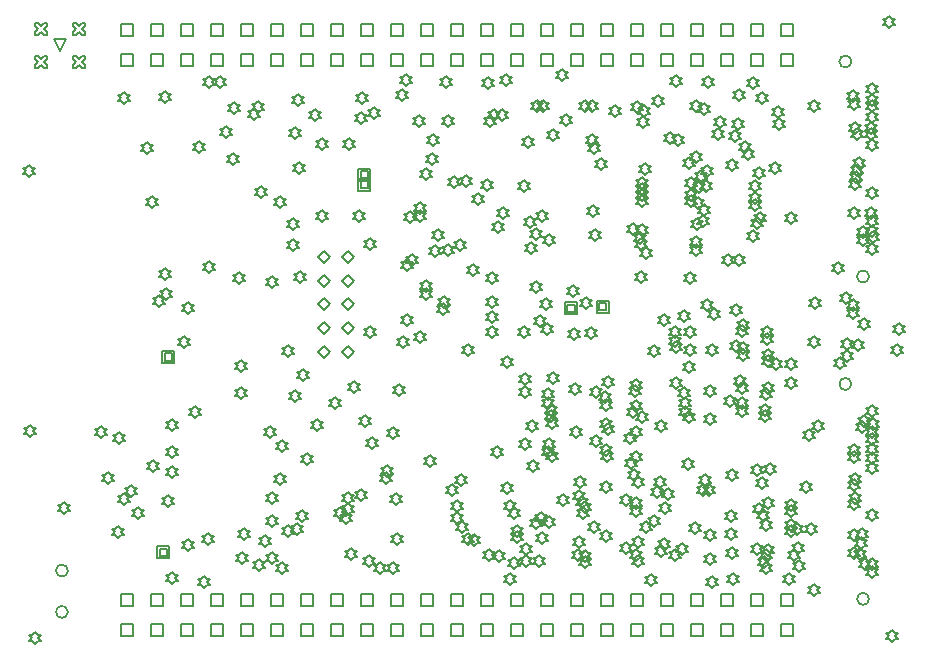
<source format=gbr>
%TF.GenerationSoftware,Altium Limited,Altium Designer,25.3.3 (18)*%
G04 Layer_Color=2752767*
%FSLAX45Y45*%
%MOMM*%
%TF.SameCoordinates,3F5801E6-D28E-45E5-A6F2-2741A7385EEC*%
%TF.FilePolarity,Positive*%
%TF.FileFunction,Drawing*%
%TF.Part,Single*%
G01*
G75*
%TA.AperFunction,NonConductor*%
%ADD642C,0.16933*%
%ADD644C,0.12700*%
D642*
X8163800Y2275000D02*
G03*
X8163800Y2275000I-50800J0D01*
G01*
X8313800Y455000D02*
G03*
X8313800Y455000I-50800J0D01*
G01*
X8163800Y5005000D02*
G03*
X8163800Y5005000I-50800J0D01*
G01*
X8313800Y3185000D02*
G03*
X8313800Y3185000I-50800J0D01*
G01*
X1530800Y345000D02*
G03*
X1530800Y345000I-50800J0D01*
G01*
Y695000D02*
G03*
X1530800Y695000I-50800J0D01*
G01*
D644*
X1981200Y139700D02*
Y241300D01*
X2082800D01*
Y139700D01*
X1981200D01*
X2235200D02*
Y241300D01*
X2336800D01*
Y139700D01*
X2235200D01*
X2489200D02*
Y241300D01*
X2590800D01*
Y139700D01*
X2489200D01*
X2743200D02*
Y241300D01*
X2844800D01*
Y139700D01*
X2743200D01*
X2997200D02*
Y241300D01*
X3098800D01*
Y139700D01*
X2997200D01*
X3251200D02*
Y241300D01*
X3352800D01*
Y139700D01*
X3251200D01*
X3505200D02*
Y241300D01*
X3606800D01*
Y139700D01*
X3505200D01*
X3759200D02*
Y241300D01*
X3860800D01*
Y139700D01*
X3759200D01*
X4013200D02*
Y241300D01*
X4114800D01*
Y139700D01*
X4013200D01*
X4267200D02*
Y241300D01*
X4368800D01*
Y139700D01*
X4267200D01*
X4521200D02*
Y241300D01*
X4622800D01*
Y139700D01*
X4521200D01*
X4775200D02*
Y241300D01*
X4876800D01*
Y139700D01*
X4775200D01*
X5029200D02*
Y241300D01*
X5130800D01*
Y139700D01*
X5029200D01*
X5283200D02*
Y241300D01*
X5384800D01*
Y139700D01*
X5283200D01*
X5537200D02*
Y241300D01*
X5638800D01*
Y139700D01*
X5537200D01*
X5791200D02*
Y241300D01*
X5892800D01*
Y139700D01*
X5791200D01*
X6045200D02*
Y241300D01*
X6146800D01*
Y139700D01*
X6045200D01*
X6299200D02*
Y241300D01*
X6400800D01*
Y139700D01*
X6299200D01*
X6553200D02*
Y241300D01*
X6654800D01*
Y139700D01*
X6553200D01*
X6807200D02*
Y241300D01*
X6908800D01*
Y139700D01*
X6807200D01*
X7061200D02*
Y241300D01*
X7162800D01*
Y139700D01*
X7061200D01*
X7315200D02*
Y241300D01*
X7416800D01*
Y139700D01*
X7315200D01*
X7569200D02*
Y241300D01*
X7670800D01*
Y139700D01*
X7569200D01*
X1981200Y393700D02*
Y495300D01*
X2082800D01*
Y393700D01*
X1981200D01*
X2235200D02*
Y495300D01*
X2336800D01*
Y393700D01*
X2235200D01*
X2489200D02*
Y495300D01*
X2590800D01*
Y393700D01*
X2489200D01*
X2743200D02*
Y495300D01*
X2844800D01*
Y393700D01*
X2743200D01*
X2997200D02*
Y495300D01*
X3098800D01*
Y393700D01*
X2997200D01*
X3251200D02*
Y495300D01*
X3352800D01*
Y393700D01*
X3251200D01*
X3505200D02*
Y495300D01*
X3606800D01*
Y393700D01*
X3505200D01*
X3759200D02*
Y495300D01*
X3860800D01*
Y393700D01*
X3759200D01*
X4013200D02*
Y495300D01*
X4114800D01*
Y393700D01*
X4013200D01*
X4267200D02*
Y495300D01*
X4368800D01*
Y393700D01*
X4267200D01*
X4521200D02*
Y495300D01*
X4622800D01*
Y393700D01*
X4521200D01*
X4775200D02*
Y495300D01*
X4876800D01*
Y393700D01*
X4775200D01*
X5029200D02*
Y495300D01*
X5130800D01*
Y393700D01*
X5029200D01*
X5283200D02*
Y495300D01*
X5384800D01*
Y393700D01*
X5283200D01*
X5537200D02*
Y495300D01*
X5638800D01*
Y393700D01*
X5537200D01*
X5791200D02*
Y495300D01*
X5892800D01*
Y393700D01*
X5791200D01*
X6045200D02*
Y495300D01*
X6146800D01*
Y393700D01*
X6045200D01*
X6299200D02*
Y495300D01*
X6400800D01*
Y393700D01*
X6299200D01*
X6553200D02*
Y495300D01*
X6654800D01*
Y393700D01*
X6553200D01*
X6807200D02*
Y495300D01*
X6908800D01*
Y393700D01*
X6807200D01*
X7061200D02*
Y495300D01*
X7162800D01*
Y393700D01*
X7061200D01*
X7315200D02*
Y495300D01*
X7416800D01*
Y393700D01*
X7315200D01*
X7569200D02*
Y495300D01*
X7670800D01*
Y393700D01*
X7569200D01*
X1981200Y4965700D02*
Y5067300D01*
X2082800D01*
Y4965700D01*
X1981200D01*
X2235200D02*
Y5067300D01*
X2336800D01*
Y4965700D01*
X2235200D01*
X2489200D02*
Y5067300D01*
X2590800D01*
Y4965700D01*
X2489200D01*
X2743200D02*
Y5067300D01*
X2844800D01*
Y4965700D01*
X2743200D01*
X2997200D02*
Y5067300D01*
X3098800D01*
Y4965700D01*
X2997200D01*
X3251200D02*
Y5067300D01*
X3352800D01*
Y4965700D01*
X3251200D01*
X3505200D02*
Y5067300D01*
X3606800D01*
Y4965700D01*
X3505200D01*
X3759200D02*
Y5067300D01*
X3860800D01*
Y4965700D01*
X3759200D01*
X4013200D02*
Y5067300D01*
X4114800D01*
Y4965700D01*
X4013200D01*
X4267200D02*
Y5067300D01*
X4368800D01*
Y4965700D01*
X4267200D01*
X4521200D02*
Y5067300D01*
X4622800D01*
Y4965700D01*
X4521200D01*
X4775200D02*
Y5067300D01*
X4876800D01*
Y4965700D01*
X4775200D01*
X5029200D02*
Y5067300D01*
X5130800D01*
Y4965700D01*
X5029200D01*
X5283200D02*
Y5067300D01*
X5384800D01*
Y4965700D01*
X5283200D01*
X5537200D02*
Y5067300D01*
X5638800D01*
Y4965700D01*
X5537200D01*
X5791200D02*
Y5067300D01*
X5892800D01*
Y4965700D01*
X5791200D01*
X6045200D02*
Y5067300D01*
X6146800D01*
Y4965700D01*
X6045200D01*
X6299200D02*
Y5067300D01*
X6400800D01*
Y4965700D01*
X6299200D01*
X6553200D02*
Y5067300D01*
X6654800D01*
Y4965700D01*
X6553200D01*
X6807200D02*
Y5067300D01*
X6908800D01*
Y4965700D01*
X6807200D01*
X7061200D02*
Y5067300D01*
X7162800D01*
Y4965700D01*
X7061200D01*
X7315200D02*
Y5067300D01*
X7416800D01*
Y4965700D01*
X7315200D01*
X7569200D02*
Y5067300D01*
X7670800D01*
Y4965700D01*
X7569200D01*
X1981200Y5219700D02*
Y5321300D01*
X2082800D01*
Y5219700D01*
X1981200D01*
X2235200D02*
Y5321300D01*
X2336800D01*
Y5219700D01*
X2235200D01*
X2489200D02*
Y5321300D01*
X2590800D01*
Y5219700D01*
X2489200D01*
X2743200D02*
Y5321300D01*
X2844800D01*
Y5219700D01*
X2743200D01*
X2997200D02*
Y5321300D01*
X3098800D01*
Y5219700D01*
X2997200D01*
X3251200D02*
Y5321300D01*
X3352800D01*
Y5219700D01*
X3251200D01*
X3505200D02*
Y5321300D01*
X3606800D01*
Y5219700D01*
X3505200D01*
X3759200D02*
Y5321300D01*
X3860800D01*
Y5219700D01*
X3759200D01*
X4013200D02*
Y5321300D01*
X4114800D01*
Y5219700D01*
X4013200D01*
X4267200D02*
Y5321300D01*
X4368800D01*
Y5219700D01*
X4267200D01*
X4521200D02*
Y5321300D01*
X4622800D01*
Y5219700D01*
X4521200D01*
X4775200D02*
Y5321300D01*
X4876800D01*
Y5219700D01*
X4775200D01*
X5029200D02*
Y5321300D01*
X5130800D01*
Y5219700D01*
X5029200D01*
X5283200D02*
Y5321300D01*
X5384800D01*
Y5219700D01*
X5283200D01*
X5537200D02*
Y5321300D01*
X5638800D01*
Y5219700D01*
X5537200D01*
X5791200D02*
Y5321300D01*
X5892800D01*
Y5219700D01*
X5791200D01*
X6045200D02*
Y5321300D01*
X6146800D01*
Y5219700D01*
X6045200D01*
X6299200D02*
Y5321300D01*
X6400800D01*
Y5219700D01*
X6299200D01*
X6553200D02*
Y5321300D01*
X6654800D01*
Y5219700D01*
X6553200D01*
X6807200D02*
Y5321300D01*
X6908800D01*
Y5219700D01*
X6807200D01*
X7061200D02*
Y5321300D01*
X7162800D01*
Y5219700D01*
X7061200D01*
X7315200D02*
Y5321300D01*
X7416800D01*
Y5219700D01*
X7315200D01*
X7569200D02*
Y5321300D01*
X7670800D01*
Y5219700D01*
X7569200D01*
X3849200Y2548000D02*
X3900000Y2598800D01*
X3950800Y2548000D01*
X3900000Y2497200D01*
X3849200Y2548000D01*
Y2748000D02*
X3900000Y2798800D01*
X3950800Y2748000D01*
X3900000Y2697200D01*
X3849200Y2748000D01*
Y2948000D02*
X3900000Y2998800D01*
X3950800Y2948000D01*
X3900000Y2897200D01*
X3849200Y2948000D01*
Y3148000D02*
X3900000Y3198800D01*
X3950800Y3148000D01*
X3900000Y3097200D01*
X3849200Y3148000D01*
Y3348000D02*
X3900000Y3398800D01*
X3950800Y3348000D01*
X3900000Y3297200D01*
X3849200Y3348000D01*
X3649200Y2548000D02*
X3700000Y2598800D01*
X3750800Y2548000D01*
X3700000Y2497200D01*
X3649200Y2548000D01*
Y2748000D02*
X3700000Y2798800D01*
X3750800Y2748000D01*
X3700000Y2697200D01*
X3649200Y2748000D01*
Y2948000D02*
X3700000Y2998800D01*
X3750800Y2948000D01*
X3700000Y2897200D01*
X3649200Y2948000D01*
Y3148000D02*
X3700000Y3198800D01*
X3750800Y3148000D01*
X3700000Y3097200D01*
X3649200Y3148000D01*
Y3348000D02*
X3700000Y3398800D01*
X3750800Y3348000D01*
X3700000Y3297200D01*
X3649200Y3348000D01*
X1460500Y5092700D02*
X1409700Y5194300D01*
X1511300D01*
X1460500Y5092700D01*
X8480000Y5289200D02*
X8505400Y5314600D01*
X8530800D01*
X8505400Y5340000D01*
X8530800Y5365400D01*
X8505400D01*
X8480000Y5390800D01*
X8454600Y5365400D01*
X8429200D01*
X8454600Y5340000D01*
X8429200Y5314600D01*
X8454600D01*
X8480000Y5289200D01*
X8505434Y87208D02*
X8530834Y112608D01*
X8556234D01*
X8530834Y138008D01*
X8556234Y163408D01*
X8530834D01*
X8505434Y188808D01*
X8480034Y163408D01*
X8454634D01*
X8480034Y138008D01*
X8454634Y112608D01*
X8480034D01*
X8505434Y87208D01*
X1250000Y69200D02*
X1275400Y94600D01*
X1300800D01*
X1275400Y120000D01*
X1300800Y145400D01*
X1275400D01*
X1250000Y170800D01*
X1224600Y145400D01*
X1199200D01*
X1224600Y120000D01*
X1199200Y94600D01*
X1224600D01*
X1250000Y69200D01*
X1210000Y1829200D02*
X1235400Y1854600D01*
X1260800D01*
X1235400Y1880000D01*
X1260800Y1905400D01*
X1235400D01*
X1210000Y1930800D01*
X1184600Y1905400D01*
X1159200D01*
X1184600Y1880000D01*
X1159200Y1854600D01*
X1184600D01*
X1210000Y1829200D01*
X1200000Y4029200D02*
X1225400Y4054600D01*
X1250800D01*
X1225400Y4080000D01*
X1250800Y4105400D01*
X1225400D01*
X1200000Y4130800D01*
X1174600Y4105400D01*
X1149200D01*
X1174600Y4080000D01*
X1149200Y4054600D01*
X1174600D01*
X1200000Y4029200D01*
X1569700Y5232700D02*
X1595100D01*
X1620500Y5258100D01*
X1645900Y5232700D01*
X1671300D01*
Y5258100D01*
X1645900Y5283500D01*
X1671300Y5308900D01*
Y5334300D01*
X1645900D01*
X1620500Y5308900D01*
X1595100Y5334300D01*
X1569700D01*
Y5308900D01*
X1595100Y5283500D01*
X1569700Y5258100D01*
Y5232700D01*
Y4952700D02*
X1595100D01*
X1620500Y4978100D01*
X1645900Y4952700D01*
X1671300D01*
Y4978100D01*
X1645900Y5003500D01*
X1671300Y5028900D01*
Y5054300D01*
X1645900D01*
X1620500Y5028900D01*
X1595100Y5054300D01*
X1569700D01*
Y5028900D01*
X1595100Y5003500D01*
X1569700Y4978100D01*
Y4952700D01*
X1249700D02*
X1275100D01*
X1300500Y4978100D01*
X1325900Y4952700D01*
X1351300D01*
Y4978100D01*
X1325900Y5003500D01*
X1351300Y5028900D01*
Y5054300D01*
X1325900D01*
X1300500Y5028900D01*
X1275100Y5054300D01*
X1249700D01*
Y5028900D01*
X1275100Y5003500D01*
X1249700Y4978100D01*
Y4952700D01*
Y5232700D02*
X1275100D01*
X1300500Y5258100D01*
X1325900Y5232700D01*
X1351300D01*
Y5258100D01*
X1325900Y5283500D01*
X1351300Y5308900D01*
Y5334300D01*
X1325900D01*
X1300500Y5308900D01*
X1275100Y5334300D01*
X1249700D01*
Y5308900D01*
X1275100Y5283500D01*
X1249700Y5258100D01*
Y5232700D01*
X7240929Y2190756D02*
X7266329Y2216156D01*
X7291729D01*
X7266329Y2241556D01*
X7291729Y2266956D01*
X7266329D01*
X7240929Y2292356D01*
X7215529Y2266956D01*
X7190129D01*
X7215529Y2241556D01*
X7190129Y2216156D01*
X7215529D01*
X7240929Y2190756D01*
X7222160Y2252805D02*
X7247560Y2278205D01*
X7272960D01*
X7247560Y2303605D01*
X7272960Y2329005D01*
X7247560D01*
X7222160Y2354405D01*
X7196760Y2329005D01*
X7171360D01*
X7196760Y2303605D01*
X7171360Y2278205D01*
X7196760D01*
X7222160Y2252805D01*
X7150000Y4079200D02*
X7175400Y4104600D01*
X7200800D01*
X7175400Y4130000D01*
X7200800Y4155400D01*
X7175400D01*
X7150000Y4180800D01*
X7124600Y4155400D01*
X7099200D01*
X7124600Y4130000D01*
X7099200Y4104600D01*
X7124600D01*
X7150000Y4079200D01*
X7261104Y4232025D02*
X7286504Y4257425D01*
X7311904D01*
X7286504Y4282825D01*
X7311904Y4308225D01*
X7286504D01*
X7261104Y4333625D01*
X7235704Y4308225D01*
X7210304D01*
X7235704Y4282825D01*
X7210304Y4257425D01*
X7235704D01*
X7261104Y4232025D01*
X5245030Y1347308D02*
X5270430Y1372708D01*
X5295830D01*
X5270430Y1398108D01*
X5295830Y1423508D01*
X5270430D01*
X5245030Y1448908D01*
X5219630Y1423508D01*
X5194230D01*
X5219630Y1398108D01*
X5194230Y1372708D01*
X5219630D01*
X5245030Y1347308D01*
X8194093Y4391646D02*
X8219493Y4417046D01*
X8244893D01*
X8219493Y4442446D01*
X8244893Y4467846D01*
X8219493D01*
X8194093Y4493246D01*
X8168693Y4467846D01*
X8143293D01*
X8168693Y4442446D01*
X8143293Y4417046D01*
X8168693D01*
X8194093Y4391646D01*
X8208769Y4343848D02*
X8234169Y4369248D01*
X8259569D01*
X8234169Y4394648D01*
X8259569Y4420048D01*
X8234169D01*
X8208769Y4445448D01*
X8183369Y4420048D01*
X8157969D01*
X8183369Y4394648D01*
X8157969Y4369248D01*
X8183369D01*
X8208769Y4343848D01*
X8211155Y4038046D02*
X8236555Y4063446D01*
X8261955D01*
X8236555Y4088846D01*
X8261955Y4114246D01*
X8236555D01*
X8211155Y4139646D01*
X8185755Y4114246D01*
X8160355D01*
X8185755Y4088846D01*
X8160355Y4063446D01*
X8185755D01*
X8211155Y4038046D01*
X7335000Y3474200D02*
X7360400Y3499600D01*
X7385800D01*
X7360400Y3525000D01*
X7385800Y3550400D01*
X7360400D01*
X7335000Y3575800D01*
X7309600Y3550400D01*
X7284200D01*
X7309600Y3525000D01*
X7284200Y3499600D01*
X7309600D01*
X7335000Y3474200D01*
X6913922Y3695237D02*
X6939322Y3720637D01*
X6964722D01*
X6939322Y3746037D01*
X6964722Y3771437D01*
X6939322D01*
X6913922Y3796837D01*
X6888522Y3771437D01*
X6863122D01*
X6888522Y3746037D01*
X6863122Y3720637D01*
X6888522D01*
X6913922Y3695237D01*
X7119288Y3274469D02*
X7144688Y3299869D01*
X7170088D01*
X7144688Y3325269D01*
X7170088Y3350669D01*
X7144688D01*
X7119288Y3376069D01*
X7093888Y3350669D01*
X7068488D01*
X7093888Y3325269D01*
X7068488Y3299869D01*
X7093888D01*
X7119288Y3274469D01*
X6847227Y3360135D02*
X6872627Y3385535D01*
X6898027D01*
X6872627Y3410935D01*
X6898027Y3436335D01*
X6872627D01*
X6847227Y3461735D01*
X6821827Y3436335D01*
X6796427D01*
X6821827Y3410935D01*
X6796427Y3385535D01*
X6821827D01*
X6847227Y3360135D01*
X7378139Y4007878D02*
X7403539Y4033278D01*
X7428939D01*
X7403539Y4058678D01*
X7428939Y4084078D01*
X7403539D01*
X7378139Y4109478D01*
X7352739Y4084078D01*
X7327339D01*
X7352739Y4058678D01*
X7327339Y4033278D01*
X7352739D01*
X7378139Y4007878D01*
X7520656Y4048604D02*
X7546056Y4074004D01*
X7571456D01*
X7546056Y4099404D01*
X7571456Y4124804D01*
X7546056D01*
X7520656Y4150204D01*
X7495256Y4124804D01*
X7469856D01*
X7495256Y4099404D01*
X7469856Y4074004D01*
X7495256D01*
X7520656Y4048604D01*
X7290000Y4173224D02*
X7315400Y4198624D01*
X7340800D01*
X7315400Y4224024D01*
X7340800Y4249424D01*
X7315400D01*
X7290000Y4274824D01*
X7264600Y4249424D01*
X7239200D01*
X7264600Y4224024D01*
X7239200Y4198624D01*
X7264600D01*
X7290000Y4173224D01*
X7344231Y3739214D02*
X7369631Y3764614D01*
X7395031D01*
X7369631Y3790014D01*
X7395031Y3815414D01*
X7369631D01*
X7344231Y3840814D01*
X7318831Y3815414D01*
X7293431D01*
X7318831Y3790014D01*
X7293431Y3764614D01*
X7318831D01*
X7344231Y3739214D01*
X6931671Y3899187D02*
X6957071Y3924587D01*
X6982471D01*
X6957071Y3949987D01*
X6982471Y3975387D01*
X6957071D01*
X6931671Y4000787D01*
X6906271Y3975387D01*
X6880871D01*
X6906271Y3949987D01*
X6880871Y3924587D01*
X6906271D01*
X6931671Y3899187D01*
X7362427Y3587796D02*
X7387827Y3613196D01*
X7413227D01*
X7387827Y3638596D01*
X7413227Y3663996D01*
X7387827D01*
X7362427Y3689396D01*
X7337027Y3663996D01*
X7311627D01*
X7337027Y3638596D01*
X7311627Y3613196D01*
X7337027D01*
X7362427Y3587796D01*
X6788310Y4096700D02*
X6813710Y4122100D01*
X6839110D01*
X6813710Y4147500D01*
X6839110Y4172900D01*
X6813710D01*
X6788310Y4198300D01*
X6762910Y4172900D01*
X6737510D01*
X6762910Y4147500D01*
X6737510Y4122100D01*
X6762910D01*
X6788310Y4096700D01*
X6808750Y3921700D02*
X6834150Y3947100D01*
X6859550D01*
X6834150Y3972500D01*
X6859550Y3997900D01*
X6834150D01*
X6808750Y4023300D01*
X6783350Y3997900D01*
X6757950D01*
X6783350Y3972500D01*
X6757950Y3947100D01*
X6783350D01*
X6808750Y3921700D01*
X6044903Y4084989D02*
X6070303Y4110389D01*
X6095703D01*
X6070303Y4135789D01*
X6095703Y4161189D01*
X6070303D01*
X6044903Y4186589D01*
X6019503Y4161189D01*
X5994103D01*
X6019503Y4135789D01*
X5994103Y4110389D01*
X6019503D01*
X6044903Y4084989D01*
X6415725Y4043667D02*
X6441125Y4069067D01*
X6466525D01*
X6441125Y4094467D01*
X6466525Y4119867D01*
X6441125D01*
X6415725Y4145267D01*
X6390325Y4119867D01*
X6364925D01*
X6390325Y4094467D01*
X6364925Y4069067D01*
X6390325D01*
X6415725Y4043667D01*
X6318619Y3535092D02*
X6344019Y3560492D01*
X6369419D01*
X6344019Y3585892D01*
X6369419Y3611292D01*
X6344019D01*
X6318619Y3636692D01*
X6293219Y3611292D01*
X6267819D01*
X6293219Y3585892D01*
X6267819Y3560492D01*
X6293219D01*
X6318619Y3535092D01*
X6624225Y4307244D02*
X6649625Y4332644D01*
X6675025D01*
X6649625Y4358044D01*
X6675025Y4383444D01*
X6649625D01*
X6624225Y4408844D01*
X6598825Y4383444D01*
X6573425D01*
X6598825Y4358044D01*
X6573425Y4332644D01*
X6598825D01*
X6624225Y4307244D01*
X6888489Y3983341D02*
X6913889Y4008741D01*
X6939289D01*
X6913889Y4034141D01*
X6939289Y4059541D01*
X6913889D01*
X6888489Y4084941D01*
X6863089Y4059541D01*
X6837689D01*
X6863089Y4034141D01*
X6837689Y4008741D01*
X6863089D01*
X6888489Y3983341D01*
X6938426Y4031359D02*
X6963826Y4056759D01*
X6989226D01*
X6963826Y4082159D01*
X6989226Y4107559D01*
X6963826D01*
X6938426Y4132959D01*
X6913026Y4107559D01*
X6887626D01*
X6913026Y4082159D01*
X6887626Y4056759D01*
X6913026D01*
X6938426Y4031359D01*
X6874515Y3891000D02*
X6899915Y3916400D01*
X6925315D01*
X6899915Y3941800D01*
X6925315Y3967200D01*
X6899915D01*
X6874515Y3992600D01*
X6849115Y3967200D01*
X6823715D01*
X6849115Y3941800D01*
X6823715Y3916400D01*
X6849115D01*
X6874515Y3891000D01*
X6390801Y3928482D02*
X6416201Y3953882D01*
X6441601D01*
X6416201Y3979282D01*
X6441601Y4004682D01*
X6416201D01*
X6390801Y4030082D01*
X6365401Y4004682D01*
X6340001D01*
X6365401Y3979282D01*
X6340001Y3953882D01*
X6365401D01*
X6390801Y3928482D01*
X6389432Y3877433D02*
X6414832Y3902833D01*
X6440232D01*
X6414832Y3928233D01*
X6440232Y3953633D01*
X6414832D01*
X6389432Y3979033D01*
X6364032Y3953633D01*
X6338632D01*
X6364032Y3928233D01*
X6338632Y3902833D01*
X6364032D01*
X6389432Y3877433D01*
X6389152Y3827434D02*
X6414552Y3852834D01*
X6439952D01*
X6414552Y3878234D01*
X6439952Y3903634D01*
X6414552D01*
X6389152Y3929034D01*
X6363752Y3903634D01*
X6338352D01*
X6363752Y3878234D01*
X6338352Y3852834D01*
X6363752D01*
X6389152Y3827434D01*
X6392651Y3769926D02*
X6418051Y3795326D01*
X6443451D01*
X6418051Y3820726D01*
X6443451Y3846126D01*
X6418051D01*
X6392651Y3871526D01*
X6367251Y3846126D01*
X6341851D01*
X6367251Y3820726D01*
X6341851Y3795326D01*
X6367251D01*
X6392651Y3769926D01*
X6390368Y3528610D02*
X6415768Y3554010D01*
X6441168D01*
X6415768Y3579410D01*
X6441168Y3604810D01*
X6415768D01*
X6390368Y3630210D01*
X6364968Y3604810D01*
X6339568D01*
X6364968Y3579410D01*
X6339568Y3554010D01*
X6364968D01*
X6390368Y3528610D01*
X6804181Y3775677D02*
X6829581Y3801077D01*
X6854981D01*
X6829581Y3826477D01*
X6854981Y3851877D01*
X6829581D01*
X6804181Y3877277D01*
X6778781Y3851877D01*
X6753381D01*
X6778781Y3826477D01*
X6753381Y3801077D01*
X6778781D01*
X6804181Y3775677D01*
X7347745Y3899108D02*
X7373145Y3924508D01*
X7398545D01*
X7373145Y3949908D01*
X7398545Y3975308D01*
X7373145D01*
X7347745Y4000708D01*
X7322345Y3975308D01*
X7296945D01*
X7322345Y3949908D01*
X7296945Y3924508D01*
X7322345D01*
X7347745Y3899108D01*
X7345109Y3796707D02*
X7370509Y3822107D01*
X7395909D01*
X7370509Y3847507D01*
X7395909Y3872907D01*
X7370509D01*
X7345109Y3898307D01*
X7319709Y3872907D01*
X7294309D01*
X7319709Y3847507D01*
X7294309Y3822107D01*
X7319709D01*
X7345109Y3796707D01*
X7388744Y3631442D02*
X7414144Y3656842D01*
X7439544D01*
X7414144Y3682242D01*
X7439544Y3707642D01*
X7414144D01*
X7388744Y3733042D01*
X7363344Y3707642D01*
X7337944D01*
X7363344Y3682242D01*
X7337944Y3656842D01*
X7363344D01*
X7388744Y3631442D01*
X6802913Y3827859D02*
X6828313Y3853259D01*
X6853713D01*
X6828313Y3878659D01*
X6853713Y3904059D01*
X6828313D01*
X6802913Y3929459D01*
X6777513Y3904059D01*
X6752113D01*
X6777513Y3878659D01*
X6752113Y3853259D01*
X6777513D01*
X6802913Y3827859D01*
X6906429Y3604845D02*
X6931829Y3630245D01*
X6957229D01*
X6931829Y3655645D01*
X6957229Y3681045D01*
X6931829D01*
X6906429Y3706445D01*
X6881029Y3681045D01*
X6855629D01*
X6881029Y3655645D01*
X6855629Y3630245D01*
X6881029D01*
X6906429Y3604845D01*
X6861531Y3754079D02*
X6886931Y3779479D01*
X6912331D01*
X6886931Y3804879D01*
X6912331Y3830279D01*
X6886931D01*
X6861531Y3855679D01*
X6836131Y3830279D01*
X6810731D01*
X6836131Y3804879D01*
X6810731Y3779479D01*
X6836131D01*
X6861531Y3754079D01*
X6857500Y3581672D02*
X6882900Y3607072D01*
X6908300D01*
X6882900Y3632472D01*
X6908300Y3657872D01*
X6882900D01*
X6857500Y3683272D01*
X6832100Y3657872D01*
X6806700D01*
X6832100Y3632472D01*
X6806700Y3607072D01*
X6832100D01*
X6857500Y3581672D01*
X6377072Y3459277D02*
X6402472Y3484677D01*
X6427872D01*
X6402472Y3510077D01*
X6427872Y3535477D01*
X6402472D01*
X6377072Y3560877D01*
X6351672Y3535477D01*
X6326272D01*
X6351672Y3510077D01*
X6326272Y3484677D01*
X6351672D01*
X6377072Y3459277D01*
X6379912Y3407444D02*
X6405312Y3432844D01*
X6430712D01*
X6405312Y3458244D01*
X6430712Y3483644D01*
X6405312D01*
X6379912Y3509044D01*
X6354512Y3483644D01*
X6329112D01*
X6354512Y3458244D01*
X6329112Y3432844D01*
X6354512D01*
X6379912Y3407444D01*
X6425115Y3329963D02*
X6450515Y3355363D01*
X6475915D01*
X6450515Y3380763D01*
X6475915Y3406163D01*
X6450515D01*
X6425115Y3431563D01*
X6399715Y3406163D01*
X6374315D01*
X6399715Y3380763D01*
X6374315Y3355363D01*
X6399715D01*
X6425115Y3329963D01*
X6850392Y3428213D02*
X6875792Y3453613D01*
X6901192D01*
X6875792Y3479013D01*
X6901192Y3504413D01*
X6875792D01*
X6850392Y3529813D01*
X6824992Y3504413D01*
X6799592D01*
X6824992Y3479013D01*
X6799592Y3453613D01*
X6824992D01*
X6850392Y3428213D01*
X5310584Y1133830D02*
X5335984Y1159230D01*
X5361384D01*
X5335984Y1184630D01*
X5361384Y1210030D01*
X5335984D01*
X5310584Y1235430D01*
X5285184Y1210030D01*
X5259784D01*
X5285184Y1184630D01*
X5259784Y1159230D01*
X5285184D01*
X5310584Y1133830D01*
X5333995Y979368D02*
X5359395Y1004768D01*
X5384795D01*
X5359395Y1030168D01*
X5384795Y1055568D01*
X5359395D01*
X5333995Y1080968D01*
X5308595Y1055568D01*
X5283195D01*
X5308595Y1030168D01*
X5283195Y1004768D01*
X5308595D01*
X5333995Y979368D01*
X5334007Y929368D02*
X5359407Y954768D01*
X5384807D01*
X5359407Y980168D01*
X5384807Y1005568D01*
X5359407D01*
X5334007Y1030968D01*
X5308607Y1005568D01*
X5283207D01*
X5308607Y980168D01*
X5283207Y954768D01*
X5308607D01*
X5334007Y929368D01*
X5542259Y921954D02*
X5567659Y947354D01*
X5593059D01*
X5567659Y972754D01*
X5593059Y998154D01*
X5567659D01*
X5542259Y1023554D01*
X5516859Y998154D01*
X5491459D01*
X5516859Y972754D01*
X5491459Y947354D01*
X5516859D01*
X5542259Y921954D01*
X5536309Y1088568D02*
X5561709Y1113968D01*
X5587109D01*
X5561709Y1139368D01*
X5587109Y1164768D01*
X5561709D01*
X5536309Y1190168D01*
X5510909Y1164768D01*
X5485509D01*
X5510909Y1139368D01*
X5485509Y1113968D01*
X5510909D01*
X5536309Y1088568D01*
X5493139Y1046560D02*
X5518539Y1071960D01*
X5543939D01*
X5518539Y1097360D01*
X5543939Y1122760D01*
X5518539D01*
X5493139Y1148160D01*
X5467739Y1122760D01*
X5442339D01*
X5467739Y1097360D01*
X5442339Y1071960D01*
X5467739D01*
X5493139Y1046560D01*
X5275076Y1190799D02*
X5300476Y1216199D01*
X5325876D01*
X5300476Y1241599D01*
X5325876Y1266999D01*
X5300476D01*
X5275076Y1292399D01*
X5249676Y1266999D01*
X5224276D01*
X5249676Y1241599D01*
X5224276Y1216199D01*
X5249676D01*
X5275076Y1190799D01*
X6490986Y1061019D02*
X6516386Y1086419D01*
X6541786D01*
X6516386Y1111819D01*
X6541786Y1137219D01*
X6516386D01*
X6490986Y1162619D01*
X6465586Y1137219D01*
X6440186D01*
X6465586Y1111819D01*
X6440186Y1086419D01*
X6465586D01*
X6490986Y1061019D01*
X6358347Y1393155D02*
X6383747Y1418555D01*
X6409147D01*
X6383747Y1443955D01*
X6409147Y1469355D01*
X6383747D01*
X6358347Y1494755D01*
X6332947Y1469355D01*
X6307547D01*
X6332947Y1443955D01*
X6307547Y1418555D01*
X6332947D01*
X6358347Y1393155D01*
X6342677Y2216700D02*
X6368077Y2242100D01*
X6393477D01*
X6368077Y2267500D01*
X6393477Y2292900D01*
X6368077D01*
X6342677Y2318300D01*
X6317277Y2292900D01*
X6291877D01*
X6317277Y2267500D01*
X6291877Y2242100D01*
X6317277D01*
X6342677Y2216700D01*
X6329318Y2168518D02*
X6354718Y2193918D01*
X6380118D01*
X6354718Y2219318D01*
X6380118Y2244718D01*
X6354718D01*
X6329318Y2270118D01*
X6303918Y2244718D01*
X6278518D01*
X6303918Y2219318D01*
X6278518Y2193918D01*
X6303918D01*
X6329318Y2168518D01*
X6339316Y779884D02*
X6364716Y805284D01*
X6390116D01*
X6364716Y830684D01*
X6390116Y856084D01*
X6364716D01*
X6339316Y881484D01*
X6313916Y856084D01*
X6288516D01*
X6313916Y830684D01*
X6288516Y805284D01*
X6313916D01*
X6339316Y779884D01*
X6327098Y1449477D02*
X6352498Y1474877D01*
X6377898D01*
X6352498Y1500277D01*
X6377898Y1525677D01*
X6352498D01*
X6327098Y1551077D01*
X6301698Y1525677D01*
X6276298D01*
X6301698Y1500277D01*
X6276298Y1474877D01*
X6301698D01*
X6327098Y1449477D01*
X6544840Y1390114D02*
X6570240Y1415514D01*
X6595640D01*
X6570240Y1440914D01*
X6595640Y1466314D01*
X6570240D01*
X6544840Y1491714D01*
X6519440Y1466314D01*
X6494040D01*
X6519440Y1440914D01*
X6494040Y1415514D01*
X6519440D01*
X6544840Y1390114D01*
X6519012Y1312580D02*
X6544412Y1337980D01*
X6569812D01*
X6544412Y1363380D01*
X6569812Y1388780D01*
X6544412D01*
X6519012Y1414180D01*
X6493612Y1388780D01*
X6468212D01*
X6493612Y1363380D01*
X6468212Y1337980D01*
X6493612D01*
X6519012Y1312580D01*
X6340000Y1149200D02*
X6365400Y1174600D01*
X6390800D01*
X6365400Y1200000D01*
X6390800Y1225400D01*
X6365400D01*
X6340000Y1250800D01*
X6314600Y1225400D01*
X6289200D01*
X6314600Y1200000D01*
X6289200Y1174600D01*
X6314600D01*
X6340000Y1149200D01*
X6358075Y721533D02*
X6383475Y746933D01*
X6408875D01*
X6383475Y772333D01*
X6408875Y797733D01*
X6383475D01*
X6358075Y823133D01*
X6332675Y797733D01*
X6307275D01*
X6332675Y772333D01*
X6307275Y746933D01*
X6332675D01*
X6358075Y721533D01*
X6360226Y887920D02*
X6385626Y913320D01*
X6411026D01*
X6385626Y938720D01*
X6411026Y964120D01*
X6385626D01*
X6360226Y989520D01*
X6334826Y964120D01*
X6309426D01*
X6334826Y938720D01*
X6309426Y913320D01*
X6334826D01*
X6360226Y887920D01*
X6427969Y1009392D02*
X6453369Y1034792D01*
X6478769D01*
X6453369Y1060192D01*
X6478769Y1085592D01*
X6453369D01*
X6427969Y1110992D01*
X6402569Y1085592D01*
X6377169D01*
X6402569Y1060192D01*
X6377169Y1034792D01*
X6402569D01*
X6427969Y1009392D01*
X6340000Y1219200D02*
X6365400Y1244600D01*
X6390800D01*
X6365400Y1270000D01*
X6390800Y1295400D01*
X6365400D01*
X6340000Y1320800D01*
X6314600Y1295400D01*
X6289200D01*
X6314600Y1270000D01*
X6289200Y1244600D01*
X6314600D01*
X6340000Y1219200D01*
Y1609200D02*
X6365400Y1634600D01*
X6390800D01*
X6365400Y1660000D01*
X6390800Y1685400D01*
X6365400D01*
X6340000Y1710800D01*
X6314600Y1685400D01*
X6289200D01*
X6314600Y1660000D01*
X6289200Y1634600D01*
X6314600D01*
X6340000Y1609200D01*
X6086516Y1669197D02*
X6111916Y1694597D01*
X6137316D01*
X6111916Y1719997D01*
X6137316Y1745397D01*
X6111916D01*
X6086516Y1770797D01*
X6061116Y1745397D01*
X6035716D01*
X6061116Y1719997D01*
X6035716Y1694597D01*
X6061116D01*
X6086516Y1669197D01*
X6091832Y1615553D02*
X6117232Y1640953D01*
X6142632D01*
X6117232Y1666353D01*
X6142632Y1691753D01*
X6117232D01*
X6091832Y1717153D01*
X6066432Y1691753D01*
X6041032D01*
X6066432Y1666353D01*
X6041032Y1640953D01*
X6066432D01*
X6091832Y1615553D01*
X6101729Y1838929D02*
X6127129Y1864329D01*
X6152529D01*
X6127129Y1889729D01*
X6152529Y1915129D01*
X6127129D01*
X6101729Y1940529D01*
X6076329Y1915129D01*
X6050929D01*
X6076329Y1889729D01*
X6050929Y1864329D01*
X6076329D01*
X6101729Y1838929D01*
X6082317Y1885969D02*
X6107717Y1911369D01*
X6133117D01*
X6107717Y1936769D01*
X6133117Y1962169D01*
X6107717D01*
X6082317Y1987569D01*
X6056917Y1962169D01*
X6031517D01*
X6056917Y1936769D01*
X6031517Y1911369D01*
X6056917D01*
X6082317Y1885969D01*
X6290000Y1769200D02*
X6315400Y1794600D01*
X6340800D01*
X6315400Y1820000D01*
X6340800Y1845400D01*
X6315400D01*
X6290000Y1870800D01*
X6264600Y1845400D01*
X6239200D01*
X6264600Y1820000D01*
X6239200Y1794600D01*
X6264600D01*
X6290000Y1769200D01*
X6079641Y2109808D02*
X6105041Y2135208D01*
X6130441D01*
X6105041Y2160608D01*
X6130441Y2186008D01*
X6105041D01*
X6079641Y2211408D01*
X6054241Y2186008D01*
X6028841D01*
X6054241Y2160608D01*
X6028841Y2135208D01*
X6054241D01*
X6079641Y2109808D01*
X6099988Y2239195D02*
X6125388Y2264595D01*
X6150788D01*
X6125388Y2289995D01*
X6150788Y2315395D01*
X6125388D01*
X6099988Y2340795D01*
X6074588Y2315395D01*
X6049188D01*
X6074588Y2289995D01*
X6049188Y2264595D01*
X6074588D01*
X6099988Y2239195D01*
X6090000Y2049200D02*
X6115400Y2074600D01*
X6140800D01*
X6115400Y2100000D01*
X6140800Y2125400D01*
X6115400D01*
X6090000Y2150800D01*
X6064600Y2125400D01*
X6039200D01*
X6064600Y2100000D01*
X6039200Y2074600D01*
X6064600D01*
X6090000Y2049200D01*
X6340000Y2039200D02*
X6365400Y2064600D01*
X6390800D01*
X6365400Y2090000D01*
X6390800Y2115400D01*
X6365400D01*
X6340000Y2140800D01*
X6314600Y2115400D01*
X6289200D01*
X6314600Y2090000D01*
X6289200Y2064600D01*
X6314600D01*
X6340000Y2039200D01*
X6311611Y1988969D02*
X6337011Y2014369D01*
X6362411D01*
X6337011Y2039769D01*
X6362411Y2065169D01*
X6337011D01*
X6311611Y2090569D01*
X6286211Y2065169D01*
X6260811D01*
X6286211Y2039769D01*
X6260811Y2014369D01*
X6286211D01*
X6311611Y1988969D01*
X7424361Y719518D02*
X7449761Y744918D01*
X7475161D01*
X7449761Y770318D01*
X7475161Y795718D01*
X7449761D01*
X7424361Y821118D01*
X7398961Y795718D01*
X7373561D01*
X7398961Y770318D01*
X7373561Y744918D01*
X7398961D01*
X7424361Y719518D01*
X7633186Y576602D02*
X7658586Y602002D01*
X7683986D01*
X7658586Y627402D01*
X7683986Y652802D01*
X7658586D01*
X7633186Y678202D01*
X7607786Y652802D01*
X7582386D01*
X7607786Y627402D01*
X7582386Y602002D01*
X7607786D01*
X7633186Y576602D01*
X7443210Y665047D02*
X7468610Y690447D01*
X7494010D01*
X7468610Y715847D01*
X7494010Y741247D01*
X7468610D01*
X7443210Y766647D01*
X7417810Y741247D01*
X7392410D01*
X7417810Y715847D01*
X7392410Y690447D01*
X7417810D01*
X7443210Y665047D01*
X7710039Y833445D02*
X7735439Y858845D01*
X7760839D01*
X7735439Y884245D01*
X7760839Y909645D01*
X7735439D01*
X7710039Y935045D01*
X7684639Y909645D01*
X7659239D01*
X7684639Y884245D01*
X7659239Y858845D01*
X7684639D01*
X7710039Y833445D01*
X7454770Y822555D02*
X7480170Y847955D01*
X7505570D01*
X7480170Y873355D01*
X7505570Y898755D01*
X7480170D01*
X7454770Y924155D01*
X7429370Y898755D01*
X7403970D01*
X7429370Y873355D01*
X7403970Y847955D01*
X7429370D01*
X7454770Y822555D01*
X7437173Y772579D02*
X7462573Y797979D01*
X7487973D01*
X7462573Y823379D01*
X7487973Y848779D01*
X7462573D01*
X7437173Y874179D01*
X7411773Y848779D01*
X7386373D01*
X7411773Y823379D01*
X7386373Y797979D01*
X7411773D01*
X7437173Y772579D01*
X7367773Y830430D02*
X7393173Y855830D01*
X7418573D01*
X7393173Y881230D01*
X7418573Y906630D01*
X7393173D01*
X7367773Y932030D01*
X7342373Y906630D01*
X7316973D01*
X7342373Y881230D01*
X7316973Y855830D01*
X7342373D01*
X7367773Y830430D01*
X7680000Y779200D02*
X7705400Y804600D01*
X7730800D01*
X7705400Y830000D01*
X7730800Y855400D01*
X7705400D01*
X7680000Y880800D01*
X7654600Y855400D01*
X7629200D01*
X7654600Y830000D01*
X7629200Y804600D01*
X7654600D01*
X7680000Y779200D01*
X7650000Y979200D02*
X7675400Y1004600D01*
X7700800D01*
X7675400Y1030000D01*
X7700800Y1055400D01*
X7675400D01*
X7650000Y1080800D01*
X7624600Y1055400D01*
X7599200D01*
X7624600Y1030000D01*
X7599200Y1004600D01*
X7624600D01*
X7650000Y979200D01*
Y1029200D02*
X7675400Y1054600D01*
X7700800D01*
X7675400Y1080000D01*
X7700800Y1105400D01*
X7675400D01*
X7650000Y1130800D01*
X7624600Y1105400D01*
X7599200D01*
X7624600Y1080000D01*
X7599200Y1054600D01*
X7624600D01*
X7650000Y1029200D01*
X7410621Y1384831D02*
X7436021Y1410231D01*
X7461421D01*
X7436021Y1435631D01*
X7461421Y1461031D01*
X7436021D01*
X7410621Y1486431D01*
X7385221Y1461031D01*
X7359821D01*
X7385221Y1435631D01*
X7359821Y1410231D01*
X7385221D01*
X7410621Y1384831D01*
X7458773Y1214165D02*
X7484173Y1239565D01*
X7509573D01*
X7484173Y1264965D01*
X7509573Y1290365D01*
X7484173D01*
X7458773Y1315765D01*
X7433373Y1290365D01*
X7407973D01*
X7433373Y1264965D01*
X7407973Y1239565D01*
X7433373D01*
X7458773Y1214165D01*
X7385017Y1162376D02*
X7410417Y1187776D01*
X7435817D01*
X7410417Y1213176D01*
X7435817Y1238576D01*
X7410417D01*
X7385017Y1263976D01*
X7359617Y1238576D01*
X7334217D01*
X7359617Y1213176D01*
X7334217Y1187776D01*
X7359617D01*
X7385017Y1162376D01*
X7649561Y1149532D02*
X7674961Y1174932D01*
X7700361D01*
X7674961Y1200332D01*
X7700361Y1225732D01*
X7674961D01*
X7649561Y1251132D01*
X7624161Y1225732D01*
X7598761D01*
X7624161Y1200332D01*
X7598761Y1174932D01*
X7624161D01*
X7649561Y1149532D01*
X7650561Y1199522D02*
X7675961Y1224922D01*
X7701361D01*
X7675961Y1250322D01*
X7701361Y1275722D01*
X7675961D01*
X7650561Y1301122D01*
X7625161Y1275722D01*
X7599761D01*
X7625161Y1250322D01*
X7599761Y1224922D01*
X7625161D01*
X7650561Y1199522D01*
X7440000Y1029200D02*
X7465400Y1054600D01*
X7490800D01*
X7465400Y1080000D01*
X7490800Y1105400D01*
X7465400D01*
X7440000Y1130800D01*
X7414600Y1105400D01*
X7389200D01*
X7414600Y1080000D01*
X7389200Y1054600D01*
X7414600D01*
X7440000Y1029200D01*
X7439112Y2140343D02*
X7464512Y2165743D01*
X7489912D01*
X7464512Y2191143D01*
X7489912Y2216543D01*
X7464512D01*
X7439112Y2241943D01*
X7413712Y2216543D01*
X7388312D01*
X7413712Y2191143D01*
X7388312Y2165743D01*
X7413712D01*
X7439112Y2140343D01*
X7458939Y2187990D02*
X7484339Y2213390D01*
X7509739D01*
X7484339Y2238790D01*
X7509739Y2264190D01*
X7484339D01*
X7458939Y2289590D01*
X7433539Y2264190D01*
X7408139D01*
X7433539Y2238790D01*
X7408139Y2213390D01*
X7433539D01*
X7458939Y2187990D01*
X7432363Y2003652D02*
X7457763Y2029052D01*
X7483163D01*
X7457763Y2054452D01*
X7483163Y2079852D01*
X7457763D01*
X7432363Y2105252D01*
X7406963Y2079852D01*
X7381563D01*
X7406963Y2054452D01*
X7381563Y2029052D01*
X7406963D01*
X7432363Y2003652D01*
X7430295Y1952902D02*
X7455695Y1978302D01*
X7481095D01*
X7455695Y2003702D01*
X7481095Y2029102D01*
X7455695D01*
X7430295Y2054502D01*
X7404895Y2029102D01*
X7379495D01*
X7404895Y2003702D01*
X7379495Y1978302D01*
X7404895D01*
X7430295Y1952902D01*
X7240000Y2059200D02*
X7265400Y2084600D01*
X7290800D01*
X7265400Y2110000D01*
X7290800Y2135400D01*
X7265400D01*
X7240000Y2160800D01*
X7214600Y2135400D01*
X7189200D01*
X7214600Y2110000D01*
X7189200Y2084600D01*
X7214600D01*
X7240000Y2059200D01*
Y1999200D02*
X7265400Y2024600D01*
X7290800D01*
X7265400Y2050000D01*
X7290800Y2075400D01*
X7265400D01*
X7240000Y2100800D01*
X7214600Y2075400D01*
X7189200D01*
X7214600Y2050000D01*
X7189200Y2024600D01*
X7214600D01*
X7240000Y1999200D01*
X7249985Y2469195D02*
X7275385Y2494595D01*
X7300785D01*
X7275385Y2519995D01*
X7300785Y2545395D01*
X7275385D01*
X7249985Y2570795D01*
X7224585Y2545395D01*
X7199185D01*
X7224585Y2519995D01*
X7199185Y2494595D01*
X7224585D01*
X7249985Y2469195D01*
X7245099Y2531918D02*
X7270499Y2557318D01*
X7295899D01*
X7270499Y2582718D01*
X7295899Y2608118D01*
X7270499D01*
X7245099Y2633518D01*
X7219699Y2608118D01*
X7194299D01*
X7219699Y2582718D01*
X7194299Y2557318D01*
X7219699D01*
X7245099Y2531918D01*
X7455007Y2467999D02*
X7480407Y2493399D01*
X7505807D01*
X7480407Y2518799D01*
X7505807Y2544199D01*
X7480407D01*
X7455007Y2569599D01*
X7429607Y2544199D01*
X7404207D01*
X7429607Y2518799D01*
X7404207Y2493399D01*
X7429607D01*
X7455007Y2467999D01*
X7455922Y2416146D02*
X7481322Y2441546D01*
X7506722D01*
X7481322Y2466946D01*
X7506722Y2492346D01*
X7481322D01*
X7455922Y2517746D01*
X7430522Y2492346D01*
X7405122D01*
X7430522Y2466946D01*
X7405122Y2441546D01*
X7430522D01*
X7455922Y2416146D01*
X7183075Y2542918D02*
X7208475Y2568318D01*
X7233875D01*
X7208475Y2593718D01*
X7233875Y2619118D01*
X7208475D01*
X7183075Y2644518D01*
X7157675Y2619118D01*
X7132275D01*
X7157675Y2593718D01*
X7132275Y2568318D01*
X7157675D01*
X7183075Y2542918D01*
X7445931Y2603981D02*
X7471331Y2629381D01*
X7496731D01*
X7471331Y2654781D01*
X7496731Y2680181D01*
X7471331D01*
X7445931Y2705581D01*
X7420531Y2680181D01*
X7395131D01*
X7420531Y2654781D01*
X7395131Y2629381D01*
X7420531D01*
X7445931Y2603981D01*
X7452604Y2661984D02*
X7478004Y2687384D01*
X7503404D01*
X7478004Y2712784D01*
X7503404Y2738184D01*
X7478004D01*
X7452604Y2763584D01*
X7427204Y2738184D01*
X7401804D01*
X7427204Y2712784D01*
X7401804Y2687384D01*
X7427204D01*
X7452604Y2661984D01*
X7246253Y2720094D02*
X7271653Y2745494D01*
X7297053D01*
X7271653Y2770894D01*
X7297053Y2796294D01*
X7271653D01*
X7246253Y2821694D01*
X7220853Y2796294D01*
X7195453D01*
X7220853Y2770894D01*
X7195453Y2745494D01*
X7220853D01*
X7246253Y2720094D01*
X7240000Y2669200D02*
X7265400Y2694600D01*
X7290800D01*
X7265400Y2720000D01*
X7290800Y2745400D01*
X7265400D01*
X7240000Y2770800D01*
X7214600Y2745400D01*
X7189200D01*
X7214600Y2720000D01*
X7189200Y2694600D01*
X7214600D01*
X7240000Y2669200D01*
X7651751Y3625200D02*
X7677151Y3650600D01*
X7702551D01*
X7677151Y3676000D01*
X7702551Y3701400D01*
X7677151D01*
X7651751Y3726800D01*
X7626351Y3701400D01*
X7600951D01*
X7626351Y3676000D01*
X7600951Y3650600D01*
X7626351D01*
X7651751Y3625200D01*
X7210000Y3274200D02*
X7235400Y3299600D01*
X7260800D01*
X7235400Y3325000D01*
X7260800Y3350400D01*
X7235400D01*
X7210000Y3375800D01*
X7184600Y3350400D01*
X7159200D01*
X7184600Y3325000D01*
X7159200Y3299600D01*
X7184600D01*
X7210000Y3274200D01*
X8268795Y2731168D02*
X8294195Y2756568D01*
X8319595D01*
X8294195Y2781968D01*
X8319595Y2807368D01*
X8294195D01*
X8268795Y2832768D01*
X8243395Y2807368D01*
X8217995D01*
X8243395Y2781968D01*
X8217995Y2756568D01*
X8243395D01*
X8268795Y2731168D01*
X6801229Y3118630D02*
X6826629Y3144030D01*
X6852029D01*
X6826629Y3169430D01*
X6852029Y3194830D01*
X6826629D01*
X6801229Y3220230D01*
X6775829Y3194830D01*
X6750429D01*
X6775829Y3169430D01*
X6750429Y3144030D01*
X6775829D01*
X6801229Y3118630D01*
X5600865Y3442780D02*
X5626265Y3468180D01*
X5651665D01*
X5626265Y3493579D01*
X5651665Y3518980D01*
X5626265D01*
X5600865Y3544380D01*
X5575465Y3518980D01*
X5550065D01*
X5575465Y3493579D01*
X5550065Y3468180D01*
X5575465D01*
X5600865Y3442780D01*
X5912935Y2908368D02*
X5938335Y2933768D01*
X5963735D01*
X5938335Y2959168D01*
X5963735Y2984568D01*
X5938335D01*
X5912935Y3009968D01*
X5887535Y2984568D01*
X5862135D01*
X5887535Y2959168D01*
X5862135Y2933768D01*
X5887535D01*
X5912935Y2908368D01*
X2380667Y1236723D02*
X2406067Y1262123D01*
X2431467D01*
X2406067Y1287523D01*
X2431467Y1312923D01*
X2406067D01*
X2380667Y1338323D01*
X2355267Y1312923D01*
X2329867D01*
X2355267Y1287523D01*
X2329867Y1262123D01*
X2355267D01*
X2380667Y1236723D01*
X8569185Y2686575D02*
X8594585Y2711975D01*
X8619985D01*
X8594585Y2737375D01*
X8619985Y2762775D01*
X8594585D01*
X8569185Y2788175D01*
X8543785Y2762775D01*
X8518385D01*
X8543785Y2737375D01*
X8518385Y2711975D01*
X8543785D01*
X8569185Y2686575D01*
X8552500Y2508939D02*
X8577900Y2534339D01*
X8603300D01*
X8577900Y2559739D01*
X8603300Y2585139D01*
X8577900D01*
X8552500Y2610539D01*
X8527100Y2585139D01*
X8501700D01*
X8527100Y2559739D01*
X8501700Y2534339D01*
X8527100D01*
X8552500Y2508939D01*
X5639965Y4332066D02*
X5665365Y4357466D01*
X5690765D01*
X5665365Y4382866D01*
X5690765Y4408266D01*
X5665365D01*
X5639965Y4433666D01*
X5614565Y4408266D01*
X5589165D01*
X5614565Y4382866D01*
X5589165Y4357466D01*
X5614565D01*
X5639965Y4332066D01*
X5439190Y3593482D02*
X5464590Y3618882D01*
X5489990D01*
X5464590Y3644282D01*
X5489990Y3669682D01*
X5464590D01*
X5439190Y3695082D01*
X5413790Y3669682D01*
X5388390D01*
X5413790Y3644282D01*
X5388390Y3618882D01*
X5413790D01*
X5439190Y3593482D01*
X5543187Y3643852D02*
X5568587Y3669252D01*
X5593987D01*
X5568587Y3694652D01*
X5593987Y3720052D01*
X5568587D01*
X5543187Y3745452D01*
X5517787Y3720052D01*
X5492387D01*
X5517787Y3694652D01*
X5492387Y3669252D01*
X5517787D01*
X5543187Y3643852D01*
X6909461Y1322597D02*
X6934861Y1347997D01*
X6960261D01*
X6934861Y1373397D01*
X6960261Y1398797D01*
X6934861D01*
X6909461Y1424197D01*
X6884061Y1398797D01*
X6858661D01*
X6884061Y1373397D01*
X6858661Y1347997D01*
X6884061D01*
X6909461Y1322597D01*
X4599494Y1569181D02*
X4624894Y1594581D01*
X4650294D01*
X4624894Y1619981D01*
X4650294Y1645381D01*
X4624894D01*
X4599494Y1670781D01*
X4574094Y1645381D01*
X4548694D01*
X4574094Y1619981D01*
X4548694Y1594581D01*
X4574094D01*
X4599494Y1569181D01*
X4510000Y2619200D02*
X4535400Y2644600D01*
X4560800D01*
X4535400Y2670000D01*
X4560800Y2695400D01*
X4535400D01*
X4510000Y2720800D01*
X4484600Y2695400D01*
X4459200D01*
X4484600Y2670000D01*
X4459200Y2644600D01*
X4484600D01*
X4510000Y2619200D01*
X2350000Y3159200D02*
X2375400Y3184600D01*
X2400800D01*
X2375400Y3210000D01*
X2400800Y3235400D01*
X2375400D01*
X2350000Y3260800D01*
X2324600Y3235400D01*
X2299200D01*
X2324600Y3210000D01*
X2299200Y3184600D01*
X2324600D01*
X2350000Y3159200D01*
X8336372Y633979D02*
X8361772Y659379D01*
X8387172D01*
X8361772Y684779D01*
X8387172Y710179D01*
X8361772D01*
X8336372Y735579D01*
X8310972Y710179D01*
X8285572D01*
X8310972Y684779D01*
X8285572Y659379D01*
X8310972D01*
X8336372Y633979D01*
X3950000Y2199200D02*
X3975400Y2224600D01*
X4000800D01*
X3975400Y2250000D01*
X4000800Y2275400D01*
X3975400D01*
X3950000Y2300800D01*
X3924600Y2275400D01*
X3899200D01*
X3924600Y2250000D01*
X3899200Y2224600D01*
X3924600D01*
X3950000Y2199200D01*
X3795090Y2066855D02*
X3820490Y2092255D01*
X3845890D01*
X3820490Y2117655D01*
X3845890Y2143055D01*
X3820490D01*
X3795090Y2168455D01*
X3769690Y2143055D01*
X3744290D01*
X3769690Y2117655D01*
X3744290Y2092255D01*
X3769690D01*
X3795090Y2066855D01*
X4008448Y1283583D02*
X4033848Y1308983D01*
X4059248D01*
X4033848Y1334383D01*
X4059248Y1359783D01*
X4033848D01*
X4008448Y1385183D01*
X3983048Y1359783D01*
X3957648D01*
X3983048Y1334383D01*
X3957648Y1308983D01*
X3983048D01*
X4008448Y1283583D01*
X4109413Y1728207D02*
X4134813Y1753607D01*
X4160213D01*
X4134813Y1779007D01*
X4160213Y1804407D01*
X4134813D01*
X4109413Y1829807D01*
X4084013Y1804407D01*
X4058613D01*
X4084013Y1779007D01*
X4058613Y1753607D01*
X4084013D01*
X4109413Y1728207D01*
X5091511Y4775974D02*
X5116911Y4801374D01*
X5142311D01*
X5116911Y4826774D01*
X5142311Y4852174D01*
X5116911D01*
X5091511Y4877574D01*
X5066111Y4852174D01*
X5040711D01*
X5066111Y4826774D01*
X5040711Y4801374D01*
X5066111D01*
X5091511Y4775974D01*
X4731207Y4776746D02*
X4756607Y4802146D01*
X4782007D01*
X4756607Y4827546D01*
X4782007Y4852946D01*
X4756607D01*
X4731207Y4878346D01*
X4705807Y4852946D01*
X4680407D01*
X4705807Y4827546D01*
X4680407Y4802146D01*
X4705807D01*
X4731207Y4776746D01*
X5969054Y4575103D02*
X5994454Y4600503D01*
X6019854D01*
X5994454Y4625903D01*
X6019854Y4651303D01*
X5994454D01*
X5969054Y4676703D01*
X5943654Y4651303D01*
X5918254D01*
X5943654Y4625903D01*
X5918254Y4600503D01*
X5943654D01*
X5969054Y4575103D01*
X6583957Y1172266D02*
X6609357Y1197666D01*
X6634757D01*
X6609357Y1223066D01*
X6634757Y1248466D01*
X6609357D01*
X6583957Y1273866D01*
X6558557Y1248466D01*
X6533157D01*
X6558557Y1223066D01*
X6533157Y1197666D01*
X6558557D01*
X6583957Y1172266D01*
X3440000Y3579200D02*
X3465400Y3604600D01*
X3490800D01*
X3465400Y3630000D01*
X3490800Y3655400D01*
X3465400D01*
X3440000Y3680800D01*
X3414600Y3655400D01*
X3389200D01*
X3414600Y3630000D01*
X3389200Y3604600D01*
X3414600D01*
X3440000Y3579200D01*
X3000000Y2149200D02*
X3025400Y2174600D01*
X3050800D01*
X3025400Y2200000D01*
X3050800Y2225400D01*
X3025400D01*
X3000000Y2250800D01*
X2974600Y2225400D01*
X2949200D01*
X2974600Y2200000D01*
X2949200Y2174600D01*
X2974600D01*
X3000000Y2149200D01*
Y2379200D02*
X3025400Y2404600D01*
X3050800D01*
X3025400Y2430000D01*
X3050800Y2455400D01*
X3025400D01*
X3000000Y2480800D01*
X2974600Y2455400D01*
X2949200D01*
X2974600Y2430000D01*
X2949200Y2404600D01*
X2974600D01*
X3000000Y2379200D01*
X2410000Y1879200D02*
X2435400Y1904600D01*
X2460800D01*
X2435400Y1930000D01*
X2460800Y1955400D01*
X2435400D01*
X2410000Y1980800D01*
X2384600Y1955400D01*
X2359200D01*
X2384600Y1930000D01*
X2359200Y1904600D01*
X2384600D01*
X2410000Y1879200D01*
Y1649200D02*
X2435400Y1674600D01*
X2460800D01*
X2435400Y1700000D01*
X2460800Y1725400D01*
X2435400D01*
X2410000Y1750800D01*
X2384600Y1725400D01*
X2359200D01*
X2384600Y1700000D01*
X2359200Y1674600D01*
X2384600D01*
X2410000Y1649200D01*
X3554238Y1586918D02*
X3579638Y1612318D01*
X3605038D01*
X3579638Y1637718D01*
X3605038Y1663118D01*
X3579638D01*
X3554238Y1688518D01*
X3528838Y1663118D01*
X3503438D01*
X3528838Y1637718D01*
X3503438Y1612318D01*
X3528838D01*
X3554238Y1586918D01*
X6981659Y2513987D02*
X7007059Y2539387D01*
X7032459D01*
X7007059Y2564787D01*
X7032459Y2590187D01*
X7007059D01*
X6981659Y2615587D01*
X6956259Y2590187D01*
X6930859D01*
X6956259Y2564787D01*
X6930859Y2539387D01*
X6956259D01*
X6981659Y2513987D01*
X6574714Y873015D02*
X6600114Y898415D01*
X6625514D01*
X6600114Y923815D01*
X6625514Y949215D01*
X6600114D01*
X6574714Y974615D01*
X6549314Y949215D01*
X6523914D01*
X6549314Y923815D01*
X6523914Y898415D01*
X6549314D01*
X6574714Y873015D01*
X5584281Y2685398D02*
X5609681Y2710798D01*
X5635081D01*
X5609681Y2736198D01*
X5635081Y2761598D01*
X5609681D01*
X5584281Y2786998D01*
X5558881Y2761598D01*
X5533481D01*
X5558881Y2736198D01*
X5533481Y2710798D01*
X5558881D01*
X5584281Y2685398D01*
X5246126Y2414241D02*
X5271526Y2439641D01*
X5296926D01*
X5271526Y2465041D01*
X5296926Y2490441D01*
X5271526D01*
X5246126Y2515841D01*
X5220726Y2490441D01*
X5195326D01*
X5220726Y2465041D01*
X5195326Y2439641D01*
X5220726D01*
X5246126Y2414241D01*
X4306654Y1247922D02*
X4332054Y1273322D01*
X4357454D01*
X4332054Y1298722D01*
X4357454Y1324122D01*
X4332054D01*
X4306654Y1349522D01*
X4281254Y1324122D01*
X4255854D01*
X4281254Y1298722D01*
X4255854Y1273322D01*
X4281254D01*
X4306654Y1247922D01*
X4220000Y1429200D02*
X4245400Y1454600D01*
X4270800D01*
X4245400Y1480000D01*
X4270800Y1505400D01*
X4245400D01*
X4220000Y1530800D01*
X4194600Y1505400D01*
X4169200D01*
X4194600Y1480000D01*
X4169200Y1454600D01*
X4194600D01*
X4220000Y1429200D01*
X4230000Y1489200D02*
X4255400Y1514600D01*
X4280800D01*
X4255400Y1540000D01*
X4280800Y1565400D01*
X4255400D01*
X4230000Y1590800D01*
X4204600Y1565400D01*
X4179200D01*
X4204600Y1540000D01*
X4179200Y1514600D01*
X4204600D01*
X4230000Y1489200D01*
X4330000Y2169200D02*
X4355400Y2194600D01*
X4380800D01*
X4355400Y2220000D01*
X4380800Y2245400D01*
X4355400D01*
X4330000Y2270800D01*
X4304600Y2245400D01*
X4279200D01*
X4304600Y2220000D01*
X4279200Y2194600D01*
X4304600D01*
X4330000Y2169200D01*
X5391499Y3903202D02*
X5416899Y3928602D01*
X5442299D01*
X5416899Y3954002D01*
X5442299Y3979402D01*
X5416899D01*
X5391499Y4004802D01*
X5366099Y3979402D01*
X5340699D01*
X5366099Y3954002D01*
X5340699Y3928602D01*
X5366099D01*
X5391499Y3903202D01*
X5401082Y2159689D02*
X5426482Y2185089D01*
X5451882D01*
X5426482Y2210489D01*
X5451882Y2235889D01*
X5426482D01*
X5401082Y2261289D01*
X5375682Y2235889D01*
X5350282D01*
X5375682Y2210489D01*
X5350282Y2185089D01*
X5375682D01*
X5401082Y2159689D01*
X5401488Y1720050D02*
X5426888Y1745450D01*
X5452288D01*
X5426888Y1770850D01*
X5452288Y1796250D01*
X5426888D01*
X5401488Y1821650D01*
X5376088Y1796250D01*
X5350688D01*
X5376088Y1770850D01*
X5350688Y1745450D01*
X5376088D01*
X5401488Y1720050D01*
X5395308Y2660669D02*
X5420708Y2686069D01*
X5446108D01*
X5420708Y2711469D01*
X5446108Y2736869D01*
X5420708D01*
X5395308Y2762269D01*
X5369908Y2736869D01*
X5344508D01*
X5369908Y2711469D01*
X5344508Y2686069D01*
X5369908D01*
X5395308Y2660669D01*
X4364802Y2582401D02*
X4390202Y2607801D01*
X4415602D01*
X4390202Y2633201D01*
X4415602Y2658601D01*
X4390202D01*
X4364802Y2684001D01*
X4339402Y2658601D01*
X4314002D01*
X4339402Y2633201D01*
X4314002Y2607801D01*
X4339402D01*
X4364802Y2582401D01*
X5160000Y1649200D02*
X5185400Y1674600D01*
X5210800D01*
X5185400Y1700000D01*
X5210800Y1725400D01*
X5185400D01*
X5160000Y1750800D01*
X5134600Y1725400D01*
X5109200D01*
X5134600Y1700000D01*
X5109200Y1674600D01*
X5134600D01*
X5160000Y1649200D01*
X5463722Y1865869D02*
X5489122Y1891269D01*
X5514522D01*
X5489122Y1916669D01*
X5514522Y1942069D01*
X5489122D01*
X5463722Y1967469D01*
X5438322Y1942069D01*
X5412922D01*
X5438322Y1916669D01*
X5412922Y1891269D01*
X5438322D01*
X5463722Y1865869D01*
X5632761Y1892820D02*
X5658161Y1918220D01*
X5683561D01*
X5658161Y1943620D01*
X5683561Y1969020D01*
X5658161D01*
X5632761Y1994420D01*
X5607361Y1969020D01*
X5581961D01*
X5607361Y1943620D01*
X5581961Y1918220D01*
X5607361D01*
X5632761Y1892820D01*
X4750000Y3359200D02*
X4775400Y3384600D01*
X4800800D01*
X4775400Y3410000D01*
X4800800Y3435400D01*
X4775400D01*
X4750000Y3460800D01*
X4724600Y3435400D01*
X4699200D01*
X4724600Y3410000D01*
X4699200Y3384600D01*
X4724600D01*
X4750000Y3359200D01*
X4850000Y3399200D02*
X4875400Y3424600D01*
X4900800D01*
X4875400Y3450000D01*
X4900800Y3475400D01*
X4875400D01*
X4850000Y3500800D01*
X4824600Y3475400D01*
X4799200D01*
X4824600Y3450000D01*
X4799200Y3424600D01*
X4824600D01*
X4850000Y3399200D01*
X4960000Y3189200D02*
X4985400Y3214600D01*
X5010800D01*
X4985400Y3240000D01*
X5010800Y3265400D01*
X4985400D01*
X4960000Y3290800D01*
X4934600Y3265400D01*
X4909200D01*
X4934600Y3240000D01*
X4909200Y3214600D01*
X4934600D01*
X4960000Y3189200D01*
X4966787Y905658D02*
X4992187Y931058D01*
X5017587D01*
X4992187Y956458D01*
X5017587Y981858D01*
X4992187D01*
X4966787Y1007258D01*
X4941387Y981858D01*
X4915987D01*
X4941387Y956458D01*
X4915987Y931058D01*
X4941387D01*
X4966787Y905658D01*
X4444097Y3276017D02*
X4469497Y3301417D01*
X4494897D01*
X4469497Y3326817D01*
X4494897Y3352217D01*
X4469497D01*
X4444097Y3377617D01*
X4418697Y3352217D01*
X4393297D01*
X4418697Y3326817D01*
X4393297Y3301417D01*
X4418697D01*
X4444097Y3276017D01*
X3139476Y4573219D02*
X3164876Y4598619D01*
X3190276D01*
X3164876Y4624019D01*
X3190276Y4649419D01*
X3164876D01*
X3139476Y4674819D01*
X3114076Y4649419D01*
X3088676D01*
X3114076Y4624019D01*
X3088676Y4598619D01*
X3114076D01*
X3139476Y4573219D01*
X2927766Y4126272D02*
X2953166Y4151672D01*
X2978566D01*
X2953166Y4177072D01*
X2978566Y4202472D01*
X2953166D01*
X2927766Y4227872D01*
X2902366Y4202472D01*
X2876966D01*
X2902366Y4177072D01*
X2876966Y4151672D01*
X2902366D01*
X2927766Y4126272D01*
X3110000Y4509200D02*
X3135400Y4534600D01*
X3160800D01*
X3135400Y4560000D01*
X3160800Y4585400D01*
X3135400D01*
X3110000Y4610800D01*
X3084600Y4585400D01*
X3059200D01*
X3084600Y4560000D01*
X3059200Y4534600D01*
X3084600D01*
X3110000Y4509200D01*
X3259993Y3089194D02*
X3285393Y3114594D01*
X3310793D01*
X3285393Y3139994D01*
X3310793Y3165394D01*
X3285393D01*
X3259993Y3190794D01*
X3234593Y3165394D01*
X3209193D01*
X3234593Y3139994D01*
X3209193Y3114594D01*
X3234593D01*
X3259993Y3089194D01*
X2980000Y3119201D02*
X3005400Y3144601D01*
X3030800D01*
X3005400Y3170001D01*
X3030800Y3195401D01*
X3005400D01*
X2980000Y3220801D01*
X2954600Y3195401D01*
X2929200D01*
X2954600Y3170001D01*
X2929200Y3144601D01*
X2954600D01*
X2980000Y3119201D01*
X2938364Y4559019D02*
X2963764Y4584419D01*
X2989164D01*
X2963764Y4609819D01*
X2989164Y4635219D01*
X2963764D01*
X2938364Y4660619D01*
X2912964Y4635219D01*
X2887564D01*
X2912964Y4609819D01*
X2887564Y4584419D01*
X2912964D01*
X2938364Y4559019D01*
X3392500Y2499200D02*
X3417900Y2524600D01*
X3443300D01*
X3417900Y2550000D01*
X3443300Y2575400D01*
X3417900D01*
X3392500Y2600800D01*
X3367100Y2575400D01*
X3341700D01*
X3367100Y2550000D01*
X3341700Y2524600D01*
X3367100D01*
X3392500Y2499200D01*
X4089577Y3408128D02*
X4114977Y3433528D01*
X4140377D01*
X4114977Y3458928D01*
X4140377Y3484328D01*
X4114977D01*
X4089577Y3509728D01*
X4064177Y3484328D01*
X4038777D01*
X4064177Y3458928D01*
X4038777Y3433528D01*
X4064177D01*
X4089577Y3408128D01*
X3499875Y3131700D02*
X3525275Y3157100D01*
X3550675D01*
X3525275Y3182500D01*
X3550675Y3207900D01*
X3525275D01*
X3499875Y3233300D01*
X3474475Y3207900D01*
X3449075D01*
X3474475Y3182500D01*
X3449075Y3157100D01*
X3474475D01*
X3499875Y3131700D01*
X4089999Y2666700D02*
X4115399Y2692100D01*
X4140799D01*
X4115399Y2717500D01*
X4140799Y2742900D01*
X4115399D01*
X4089999Y2768300D01*
X4064599Y2742900D01*
X4039199D01*
X4064599Y2717500D01*
X4039199Y2692100D01*
X4064599D01*
X4089999Y2666700D01*
X3520000Y2299200D02*
X3545400Y2324600D01*
X3570800D01*
X3545400Y2350000D01*
X3570800Y2375400D01*
X3545400D01*
X3520000Y2400800D01*
X3494600Y2375400D01*
X3469200D01*
X3494600Y2350000D01*
X3469200Y2324600D01*
X3494600D01*
X3520000Y2299200D01*
X2610278Y1987134D02*
X2635678Y2012534D01*
X2661078D01*
X2635678Y2037934D01*
X2661078Y2063334D01*
X2635678D01*
X2610278Y2088734D01*
X2584878Y2063334D01*
X2559478D01*
X2584878Y2037934D01*
X2559478Y2012534D01*
X2584878D01*
X2610278Y1987134D01*
X3453859Y2118571D02*
X3479259Y2143971D01*
X3504659D01*
X3479259Y2169371D01*
X3504659Y2194771D01*
X3479259D01*
X3453859Y2220171D01*
X3428459Y2194771D01*
X3403059D01*
X3428459Y2169371D01*
X3403059Y2143971D01*
X3428459D01*
X3453859Y2118571D01*
X4048113Y1914087D02*
X4073513Y1939487D01*
X4098913D01*
X4073513Y1964887D01*
X4098913Y1990287D01*
X4073513D01*
X4048113Y2015687D01*
X4022713Y1990287D01*
X3997313D01*
X4022713Y1964887D01*
X3997313Y1939487D01*
X4022713D01*
X4048113Y1914087D01*
X3239578Y1815266D02*
X3264978Y1840666D01*
X3290378D01*
X3264978Y1866066D01*
X3290378Y1891466D01*
X3264978D01*
X3239578Y1916866D01*
X3214178Y1891466D01*
X3188778D01*
X3214178Y1866066D01*
X3188778Y1840666D01*
X3214178D01*
X3239578Y1815266D01*
X3900347Y1161474D02*
X3925747Y1186874D01*
X3951147D01*
X3925747Y1212274D01*
X3951147Y1237674D01*
X3925747D01*
X3900347Y1263074D01*
X3874947Y1237674D01*
X3849547D01*
X3874947Y1212274D01*
X3849547Y1186874D01*
X3874947D01*
X3900347Y1161474D01*
X3390000Y979200D02*
X3415400Y1004600D01*
X3440800D01*
X3415400Y1030000D01*
X3440800Y1055400D01*
X3415400D01*
X3390000Y1080800D01*
X3364600Y1055400D01*
X3339200D01*
X3364600Y1030000D01*
X3339200Y1004600D01*
X3364600D01*
X3390000Y979200D01*
X2722076Y3212832D02*
X2747476Y3238232D01*
X2772876D01*
X2747476Y3263632D01*
X2772876Y3289032D01*
X2747476D01*
X2722076Y3314432D01*
X2696676Y3289032D01*
X2671276D01*
X2696676Y3263632D01*
X2671276Y3238232D01*
X2696676D01*
X2722076Y3212832D01*
X7417279Y1113052D02*
X7442679Y1138452D01*
X7468079D01*
X7442679Y1163852D01*
X7468079Y1189252D01*
X7442679D01*
X7417279Y1214652D01*
X7391879Y1189252D01*
X7366479D01*
X7391879Y1163852D01*
X7366479Y1138452D01*
X7391879D01*
X7417279Y1113052D01*
X8225547Y4096472D02*
X8250947Y4121872D01*
X8276347D01*
X8250947Y4147272D01*
X8276347Y4172672D01*
X8250947D01*
X8225547Y4198072D01*
X8200147Y4172672D01*
X8174747D01*
X8200147Y4147272D01*
X8174747Y4121872D01*
X8200147D01*
X8225547Y4096472D01*
X8196010Y3915266D02*
X8221410Y3940666D01*
X8246810D01*
X8221410Y3966066D01*
X8246810Y3991466D01*
X8221410D01*
X8196010Y4016866D01*
X8170610Y3991466D01*
X8145210D01*
X8170610Y3966066D01*
X8145210Y3940666D01*
X8170610D01*
X8196010Y3915266D01*
X8205223Y3973976D02*
X8230623Y3999376D01*
X8256023D01*
X8230623Y4024776D01*
X8256023Y4050176D01*
X8230623D01*
X8205223Y4075576D01*
X8179823Y4050176D01*
X8154423D01*
X8179823Y4024776D01*
X8154423Y3999376D01*
X8179823D01*
X8205223Y3973976D01*
X6962354Y1326931D02*
X6987754Y1352331D01*
X7013154D01*
X6987754Y1377731D01*
X7013154Y1403131D01*
X6987754D01*
X6962354Y1428531D01*
X6936954Y1403131D01*
X6911554D01*
X6936954Y1377731D01*
X6911554Y1352331D01*
X6936954D01*
X6962354Y1326931D01*
X7780000Y1349200D02*
X7805400Y1374600D01*
X7830800D01*
X7805400Y1400000D01*
X7830800Y1425400D01*
X7805400D01*
X7780000Y1450800D01*
X7754600Y1425400D01*
X7729200D01*
X7754600Y1400000D01*
X7729200Y1374600D01*
X7754600D01*
X7780000Y1349200D01*
X6925887Y1407515D02*
X6951287Y1432915D01*
X6976687D01*
X6951287Y1458315D01*
X6976687Y1483715D01*
X6951287D01*
X6925887Y1509115D01*
X6900487Y1483715D01*
X6875087D01*
X6900487Y1458315D01*
X6875087Y1432915D01*
X6900487D01*
X6925887Y1407515D01*
X7804298Y1794902D02*
X7829698Y1820302D01*
X7855098D01*
X7829698Y1845702D01*
X7855098Y1871102D01*
X7829698D01*
X7804298Y1896502D01*
X7778898Y1871102D01*
X7753498D01*
X7778898Y1845702D01*
X7753498Y1820302D01*
X7778898D01*
X7804298Y1794902D01*
X6792748Y2367206D02*
X6818148Y2392606D01*
X6843548D01*
X6818148Y2418006D01*
X6843548Y2443406D01*
X6818148D01*
X6792748Y2468806D01*
X6767348Y2443406D01*
X6741948D01*
X6767348Y2418006D01*
X6741948Y2392606D01*
X6767348D01*
X6792748Y2367206D01*
X6338042Y1816257D02*
X6363442Y1841657D01*
X6388842D01*
X6363442Y1867057D01*
X6388842Y1892457D01*
X6363442D01*
X6338042Y1917857D01*
X6312642Y1892457D01*
X6287242D01*
X6312642Y1867057D01*
X6287242Y1841657D01*
X6312642D01*
X6338042Y1816257D01*
X6550367Y1869916D02*
X6575767Y1895316D01*
X6601167D01*
X6575767Y1920716D01*
X6601167Y1946116D01*
X6575767D01*
X6550367Y1971516D01*
X6524967Y1946116D01*
X6499567D01*
X6524967Y1920716D01*
X6499567Y1895316D01*
X6524967D01*
X6550367Y1869916D01*
X6391872Y1944971D02*
X6417272Y1970371D01*
X6442672D01*
X6417272Y1995771D01*
X6442672Y2021171D01*
X6417272D01*
X6391872Y2046571D01*
X6366472Y2021171D01*
X6341072D01*
X6366472Y1995771D01*
X6341072Y1970371D01*
X6366472D01*
X6391872Y1944971D01*
X6490000Y2499200D02*
X6515400Y2524600D01*
X6540800D01*
X6515400Y2550000D01*
X6540800Y2575400D01*
X6515400D01*
X6490000Y2600800D01*
X6464600Y2575400D01*
X6439200D01*
X6464600Y2550000D01*
X6439200Y2524600D01*
X6464600D01*
X6490000Y2499200D01*
X6300000Y1559200D02*
X6325400Y1584600D01*
X6350800D01*
X6325400Y1610000D01*
X6350800Y1635400D01*
X6325400D01*
X6300000Y1660800D01*
X6274600Y1635400D01*
X6249200D01*
X6274600Y1610000D01*
X6249200Y1584600D01*
X6274600D01*
X6300000Y1559200D01*
X6550000Y809200D02*
X6575400Y834600D01*
X6600800D01*
X6575400Y860000D01*
X6600800Y885400D01*
X6575400D01*
X6550000Y910800D01*
X6524600Y885400D01*
X6499200D01*
X6524600Y860000D01*
X6499200Y834600D01*
X6524600D01*
X6550000Y809200D01*
X6668093Y777580D02*
X6693493Y802980D01*
X6718893D01*
X6693493Y828380D01*
X6718893Y853780D01*
X6693493D01*
X6668093Y879180D01*
X6642693Y853780D01*
X6617293D01*
X6642693Y828380D01*
X6617293Y802980D01*
X6642693D01*
X6668093Y777580D01*
X5410000Y829200D02*
X5435400Y854600D01*
X5460800D01*
X5435400Y880000D01*
X5460800Y905400D01*
X5435400D01*
X5410000Y930800D01*
X5384600Y905400D01*
X5359200D01*
X5384600Y880000D01*
X5359200Y854600D01*
X5384600D01*
X5410000Y829200D01*
X6469871Y560593D02*
X6495271Y585993D01*
X6520671D01*
X6495271Y611393D01*
X6520671Y636793D01*
X6495271D01*
X6469871Y662193D01*
X6444471Y636793D01*
X6419071D01*
X6444471Y611393D01*
X6419071Y585993D01*
X6444471D01*
X6469871Y560593D01*
X6981610Y550244D02*
X7007010Y575644D01*
X7032410D01*
X7007010Y601044D01*
X7032410Y626444D01*
X7007010D01*
X6981610Y651844D01*
X6956210Y626444D01*
X6930810D01*
X6956210Y601044D01*
X6930810Y575644D01*
X6956210D01*
X6981610Y550244D01*
X7159078Y573407D02*
X7184478Y598807D01*
X7209878D01*
X7184478Y624207D01*
X7209878Y649607D01*
X7184478D01*
X7159078Y675007D01*
X7133678Y649607D01*
X7108278D01*
X7133678Y624207D01*
X7108278Y598807D01*
X7133678D01*
X7159078Y573407D01*
X8223537Y2555559D02*
X8248937Y2580959D01*
X8274337D01*
X8248937Y2606359D01*
X8274337Y2631759D01*
X8248937D01*
X8223537Y2657159D01*
X8198137Y2631759D01*
X8172737D01*
X8198137Y2606359D01*
X8172737Y2580959D01*
X8198137D01*
X8223537Y2555559D01*
X8117549Y2955871D02*
X8142949Y2981271D01*
X8168349D01*
X8142949Y3006671D01*
X8168349Y3032071D01*
X8142949D01*
X8117549Y3057471D01*
X8092149Y3032071D01*
X8066749D01*
X8092149Y3006671D01*
X8066749Y2981271D01*
X8092149D01*
X8117549Y2955871D01*
X7717762Y685735D02*
X7743162Y711135D01*
X7768562D01*
X7743162Y736535D01*
X7768562Y761935D01*
X7743162D01*
X7717762Y787335D01*
X7692362Y761935D01*
X7666962D01*
X7692362Y736535D01*
X7666962Y711135D01*
X7692362D01*
X7717762Y685735D01*
X3259697Y1065124D02*
X3285097Y1090524D01*
X3310497D01*
X3285097Y1115924D01*
X3310497Y1141324D01*
X3285097D01*
X3259697Y1166724D01*
X3234297Y1141324D01*
X3208897D01*
X3234297Y1115924D01*
X3208897Y1090524D01*
X3234297D01*
X3259697Y1065124D01*
X6940000Y2896700D02*
X6965400Y2922100D01*
X6990800D01*
X6965400Y2947500D01*
X6990800Y2972900D01*
X6965400D01*
X6940000Y2998300D01*
X6914600Y2972900D01*
X6889200D01*
X6914600Y2947500D01*
X6889200Y2922100D01*
X6914600D01*
X6940000Y2896700D01*
X7852918Y2911886D02*
X7878318Y2937286D01*
X7903718D01*
X7878318Y2962686D01*
X7903718Y2988086D01*
X7878318D01*
X7852918Y3013486D01*
X7827518Y2988086D01*
X7802118D01*
X7827518Y2962686D01*
X7802118Y2937286D01*
X7827518D01*
X7852918Y2911886D01*
X8181422Y2828177D02*
X8206822Y2853577D01*
X8232222D01*
X8206822Y2878977D01*
X8232222Y2904377D01*
X8206822D01*
X8181422Y2929777D01*
X8156022Y2904377D01*
X8130622D01*
X8156022Y2878977D01*
X8130622Y2853577D01*
X8156022D01*
X8181422Y2828177D01*
X8181230Y2894202D02*
X8206630Y2919602D01*
X8232030D01*
X8206630Y2945002D01*
X8232030Y2970402D01*
X8206630D01*
X8181230Y2995802D01*
X8155830Y2970402D01*
X8130430D01*
X8155830Y2945002D01*
X8130430Y2919602D01*
X8155830D01*
X8181230Y2894202D01*
X7849778Y2581025D02*
X7875178Y2606425D01*
X7900578D01*
X7875178Y2631825D01*
X7900578Y2657225D01*
X7875178D01*
X7849778Y2682625D01*
X7824378Y2657225D01*
X7798978D01*
X7824378Y2631825D01*
X7798978Y2606425D01*
X7824378D01*
X7849778Y2581025D01*
X7880000Y1869200D02*
X7905400Y1894600D01*
X7930800D01*
X7905400Y1920000D01*
X7930800Y1945400D01*
X7905400D01*
X7880000Y1970800D01*
X7854600Y1945400D01*
X7829200D01*
X7854600Y1920000D01*
X7829200Y1894600D01*
X7854600D01*
X7880000Y1869200D01*
X7650000Y2229200D02*
X7675400Y2254600D01*
X7700800D01*
X7675400Y2280000D01*
X7700800Y2305400D01*
X7675400D01*
X7650000Y2330800D01*
X7624600Y2305400D01*
X7599200D01*
X7624600Y2280000D01*
X7599200Y2254600D01*
X7624600D01*
X7650000Y2229200D01*
Y2394200D02*
X7675400Y2419600D01*
X7700800D01*
X7675400Y2445000D01*
X7700800Y2470400D01*
X7675400D01*
X7650000Y2495800D01*
X7624600Y2470400D01*
X7599200D01*
X7624600Y2445000D01*
X7599200Y2419600D01*
X7624600D01*
X7650000Y2394200D01*
X7529112Y2393993D02*
X7554512Y2419393D01*
X7579912D01*
X7554512Y2444793D01*
X7579912Y2470193D01*
X7554512D01*
X7529112Y2495593D01*
X7503712Y2470193D01*
X7478312D01*
X7503712Y2444793D01*
X7478312Y2419393D01*
X7503712D01*
X7529112Y2393993D01*
X8131039Y2559396D02*
X8156439Y2584796D01*
X8181839D01*
X8156439Y2610196D01*
X8181839Y2635596D01*
X8156439D01*
X8131039Y2660996D01*
X8105639Y2635596D01*
X8080239D01*
X8105639Y2610196D01*
X8080239Y2584796D01*
X8105639D01*
X8131039Y2559396D01*
X8070000Y2399200D02*
X8095400Y2424600D01*
X8120800D01*
X8095400Y2450000D01*
X8120800Y2475400D01*
X8095400D01*
X8070000Y2500800D01*
X8044600Y2475400D01*
X8019200D01*
X8044600Y2450000D01*
X8019200Y2424600D01*
X8044600D01*
X8070000Y2399200D01*
X8130000Y2459200D02*
X8155400Y2484600D01*
X8180800D01*
X8155400Y2510000D01*
X8180800Y2535400D01*
X8155400D01*
X8130000Y2560800D01*
X8104600Y2535400D01*
X8079200D01*
X8104600Y2510000D01*
X8079200Y2484600D01*
X8104600D01*
X8130000Y2459200D01*
X8340407Y1996335D02*
X8365807Y2021735D01*
X8391207D01*
X8365807Y2047135D01*
X8391207Y2072535D01*
X8365807D01*
X8340407Y2097935D01*
X8315007Y2072535D01*
X8289607D01*
X8315007Y2047135D01*
X8289607Y2021735D01*
X8315007D01*
X8340407Y1996335D01*
X8274077Y1909550D02*
X8299477Y1934950D01*
X8324877D01*
X8299477Y1960350D01*
X8324877Y1985750D01*
X8299477D01*
X8274077Y2011150D01*
X8248677Y1985750D01*
X8223277D01*
X8248677Y1960350D01*
X8223277Y1934950D01*
X8248677D01*
X8274077Y1909550D01*
X8250991Y1859822D02*
X8276391Y1885222D01*
X8301791D01*
X8276391Y1910622D01*
X8301791Y1936022D01*
X8276391D01*
X8250991Y1961422D01*
X8225591Y1936022D01*
X8200191D01*
X8225591Y1910622D01*
X8200191Y1885222D01*
X8225591D01*
X8250991Y1859822D01*
X8343944Y1887375D02*
X8369344Y1912775D01*
X8394744D01*
X8369344Y1938175D01*
X8394744Y1963575D01*
X8369344D01*
X8343944Y1988975D01*
X8318544Y1963575D01*
X8293144D01*
X8318544Y1938175D01*
X8293144Y1912775D01*
X8318544D01*
X8343944Y1887375D01*
X8340906Y1818723D02*
X8366306Y1844123D01*
X8391706D01*
X8366306Y1869523D01*
X8391706Y1894923D01*
X8366306D01*
X8340906Y1920323D01*
X8315506Y1894923D01*
X8290106D01*
X8315506Y1869523D01*
X8290106Y1844123D01*
X8315506D01*
X8340906Y1818723D01*
X4500000Y4449200D02*
X4525400Y4474600D01*
X4550800D01*
X4525400Y4500000D01*
X4550800Y4525400D01*
X4525400D01*
X4500000Y4550800D01*
X4474600Y4525400D01*
X4449200D01*
X4474600Y4500000D01*
X4449200Y4474600D01*
X4474600D01*
X4500000Y4449200D01*
X5101347Y4452203D02*
X5126747Y4477603D01*
X5152147D01*
X5126747Y4503003D01*
X5152147Y4528403D01*
X5126747D01*
X5101347Y4553803D01*
X5075947Y4528403D01*
X5050547D01*
X5075947Y4503003D01*
X5050547Y4477603D01*
X5075947D01*
X5101347Y4452203D01*
X4751347D02*
X4776747Y4477603D01*
X4802147D01*
X4776747Y4503003D01*
X4802147Y4528403D01*
X4776747D01*
X4751347Y4553803D01*
X4725947Y4528403D01*
X4700547D01*
X4725947Y4503003D01*
X4700547Y4477603D01*
X4725947D01*
X4751347Y4452203D01*
X4921347Y2512203D02*
X4946747Y2537603D01*
X4972147D01*
X4946747Y2563003D01*
X4972147Y2588403D01*
X4946747D01*
X4921347Y2613803D01*
X4895947Y2588403D01*
X4870547D01*
X4895947Y2563003D01*
X4870547Y2537603D01*
X4895947D01*
X4921347Y2512203D01*
X6731497Y825033D02*
X6756897Y850433D01*
X6782297D01*
X6756897Y875833D01*
X6782297Y901233D01*
X6756897D01*
X6731497Y926633D01*
X6706097Y901233D01*
X6680697D01*
X6706097Y875833D01*
X6680697Y850433D01*
X6706097D01*
X6731497Y825033D01*
X5628845Y1614097D02*
X5654245Y1639497D01*
X5679645D01*
X5654245Y1664897D01*
X5679645Y1690297D01*
X5654245D01*
X5628845Y1715697D01*
X5603445Y1690297D01*
X5578045D01*
X5603445Y1664897D01*
X5578045Y1639497D01*
X5603445D01*
X5628845Y1614097D01*
X5592089Y1652185D02*
X5617489Y1677585D01*
X5642889D01*
X5617489Y1702985D01*
X5642889Y1728385D01*
X5617489D01*
X5592089Y1753785D01*
X5566689Y1728385D01*
X5541289D01*
X5566689Y1702985D01*
X5541289Y1677585D01*
X5566689D01*
X5592089Y1652185D01*
X5641227Y2274089D02*
X5666627Y2299489D01*
X5692027D01*
X5666627Y2324889D01*
X5692027Y2350289D01*
X5666627D01*
X5641227Y2375689D01*
X5615827Y2350289D01*
X5590427D01*
X5615827Y2324889D01*
X5590427Y2299489D01*
X5615827D01*
X5641227Y2274089D01*
X5825260Y2185033D02*
X5850660Y2210433D01*
X5876060D01*
X5850660Y2235833D01*
X5876060Y2261233D01*
X5850660D01*
X5825260Y2286633D01*
X5799860Y2261233D01*
X5774460D01*
X5799860Y2235833D01*
X5774460Y2210433D01*
X5799860D01*
X5825260Y2185033D01*
X5620000Y1949200D02*
X5645400Y1974600D01*
X5670800D01*
X5645400Y2000000D01*
X5670800Y2025400D01*
X5645400D01*
X5620000Y2050800D01*
X5594600Y2025400D01*
X5569200D01*
X5594600Y2000000D01*
X5569200Y1974600D01*
X5594600D01*
X5620000Y1949200D01*
X5619286Y2003245D02*
X5644686Y2028645D01*
X5670086D01*
X5644686Y2054045D01*
X5670086Y2079445D01*
X5644686D01*
X5619286Y2104845D01*
X5593886Y2079445D01*
X5568486D01*
X5593886Y2054045D01*
X5568486Y2028645D01*
X5593886D01*
X5619286Y2003245D01*
X5982366Y4222259D02*
X6007766Y4247659D01*
X6033166D01*
X6007766Y4273059D01*
X6033166Y4298459D01*
X6007766D01*
X5982366Y4323859D01*
X5956966Y4298459D01*
X5931566D01*
X5956966Y4273059D01*
X5931566Y4247659D01*
X5956966D01*
X5982366Y4222259D01*
X8182685Y4591487D02*
X8208085Y4616887D01*
X8233485D01*
X8208085Y4642287D01*
X8233485Y4667687D01*
X8208085D01*
X8182685Y4693087D01*
X8157285Y4667687D01*
X8131885D01*
X8157285Y4642287D01*
X8131885Y4616887D01*
X8157285D01*
X8182685Y4591487D01*
X5990551Y3489129D02*
X6015951Y3514529D01*
X6041351D01*
X6015951Y3539929D01*
X6041351Y3565329D01*
X6015951D01*
X5990551Y3590729D01*
X5965151Y3565329D01*
X5939751D01*
X5965151Y3539929D01*
X5939751Y3514529D01*
X5965151D01*
X5990551Y3489129D01*
X5960045Y2655812D02*
X5985445Y2681212D01*
X6010845D01*
X5985445Y2706612D01*
X6010845Y2732012D01*
X5985445D01*
X5960045Y2757412D01*
X5934645Y2732012D01*
X5909245D01*
X5934645Y2706612D01*
X5909245Y2681212D01*
X5934645D01*
X5960045Y2655812D01*
X6573796Y2762668D02*
X6599196Y2788068D01*
X6624596D01*
X6599196Y2813468D01*
X6624596Y2838868D01*
X6599196D01*
X6573796Y2864268D01*
X6548396Y2838868D01*
X6522996D01*
X6548396Y2813468D01*
X6522996Y2788068D01*
X6548396D01*
X6573796Y2762668D01*
X7185789Y2848734D02*
X7211189Y2874134D01*
X7236589D01*
X7211189Y2899534D01*
X7236589Y2924934D01*
X7211189D01*
X7185789Y2950334D01*
X7160389Y2924934D01*
X7134989D01*
X7160389Y2899534D01*
X7134989Y2874134D01*
X7160389D01*
X7185789Y2848734D01*
X6794371Y2663835D02*
X6819771Y2689235D01*
X6845171D01*
X6819771Y2714635D01*
X6845171Y2740035D01*
X6819771D01*
X6794371Y2765435D01*
X6768971Y2740035D01*
X6743571D01*
X6768971Y2714635D01*
X6743571Y2689235D01*
X6768971D01*
X6794371Y2663835D01*
X6380000Y3129200D02*
X6405400Y3154600D01*
X6430800D01*
X6405400Y3180000D01*
X6430800Y3205400D01*
X6405400D01*
X6380000Y3230800D01*
X6354600Y3205400D01*
X6329200D01*
X6354600Y3180000D01*
X6329200Y3154600D01*
X6354600D01*
X6380000Y3129200D01*
X6949095Y4777938D02*
X6974495Y4803338D01*
X6999895D01*
X6974495Y4828738D01*
X6999895Y4854138D01*
X6974495D01*
X6949095Y4879538D01*
X6923695Y4854138D01*
X6898295D01*
X6923695Y4828738D01*
X6898295Y4803338D01*
X6923695D01*
X6949095Y4777938D01*
X7329264Y4776395D02*
X7354664Y4801795D01*
X7380064D01*
X7354664Y4827195D01*
X7380064Y4852595D01*
X7354664D01*
X7329264Y4877995D01*
X7303864Y4852595D01*
X7278464D01*
X7303864Y4827195D01*
X7278464Y4801795D01*
X7303864D01*
X7329264Y4776395D01*
X7850000Y4579200D02*
X7875400Y4604600D01*
X7900800D01*
X7875400Y4630000D01*
X7900800Y4655400D01*
X7875400D01*
X7850000Y4680800D01*
X7824600Y4655400D01*
X7799200D01*
X7824600Y4630000D01*
X7799200Y4604600D01*
X7824600D01*
X7850000Y4579200D01*
X6787656Y1941962D02*
X6813056Y1967362D01*
X6838456D01*
X6813056Y1992762D01*
X6838456Y2018162D01*
X6813056D01*
X6787656Y2043562D01*
X6762256Y2018162D01*
X6736856D01*
X6762256Y1992762D01*
X6736856Y1967362D01*
X6762256D01*
X6787656Y1941962D01*
X6680000Y2229201D02*
X6705400Y2254601D01*
X6730800D01*
X6705400Y2280001D01*
X6730800Y2305401D01*
X6705400D01*
X6680000Y2330801D01*
X6654600Y2305401D01*
X6629200D01*
X6654600Y2280001D01*
X6629200Y2254601D01*
X6654600D01*
X6680000Y2229201D01*
X5986360Y1009916D02*
X6011760Y1035316D01*
X6037160D01*
X6011760Y1060716D01*
X6037160Y1086116D01*
X6011760D01*
X5986360Y1111516D01*
X5960960Y1086116D01*
X5935560D01*
X5960960Y1060716D01*
X5935560Y1035316D01*
X5960960D01*
X5986360Y1009916D01*
X5908597Y712730D02*
X5933997Y738130D01*
X5959397D01*
X5933997Y763530D01*
X5959397Y788930D01*
X5933997D01*
X5908597Y814330D01*
X5883197Y788930D01*
X5857797D01*
X5883197Y763530D01*
X5857797Y738130D01*
X5883197D01*
X5908597Y712730D01*
X7471172Y1503559D02*
X7496572Y1528959D01*
X7521972D01*
X7496572Y1554359D01*
X7521972Y1579759D01*
X7496572D01*
X7471172Y1605159D01*
X7445772Y1579759D01*
X7420372D01*
X7445772Y1554359D01*
X7420372Y1528959D01*
X7445772D01*
X7471172Y1503559D01*
X6778295Y1544843D02*
X6803695Y1570243D01*
X6829095D01*
X6803695Y1595643D01*
X6829095Y1621043D01*
X6803695D01*
X6778295Y1646443D01*
X6752895Y1621043D01*
X6727495D01*
X6752895Y1595643D01*
X6727495Y1570243D01*
X6752895D01*
X6778295Y1544843D01*
X7364207Y1497800D02*
X7389607Y1523200D01*
X7415007D01*
X7389607Y1548600D01*
X7415007Y1574000D01*
X7389607D01*
X7364207Y1599400D01*
X7338807Y1574000D01*
X7313407D01*
X7338807Y1548600D01*
X7313407Y1523200D01*
X7338807D01*
X7364207Y1497800D01*
X6970983Y942864D02*
X6996383Y968264D01*
X7021783D01*
X6996383Y993664D01*
X7021783Y1019064D01*
X6996383D01*
X6970983Y1044464D01*
X6945583Y1019064D01*
X6920183D01*
X6945583Y993664D01*
X6920183Y968264D01*
X6945583D01*
X6970983Y942864D01*
X6843436Y1006933D02*
X6868836Y1032333D01*
X6894236D01*
X6868836Y1057733D01*
X6894236Y1083133D01*
X6868836D01*
X6843436Y1108533D01*
X6818036Y1083133D01*
X6792636D01*
X6818036Y1057733D01*
X6792636Y1032333D01*
X6818036D01*
X6843436Y1006933D01*
X7820000Y999200D02*
X7845400Y1024600D01*
X7870800D01*
X7845400Y1050000D01*
X7870800Y1075400D01*
X7845400D01*
X7820000Y1100800D01*
X7794600Y1075400D01*
X7769200D01*
X7794600Y1050000D01*
X7769200Y1024600D01*
X7794600D01*
X7820000Y999200D01*
X5894331Y1127651D02*
X5919731Y1153051D01*
X5945131D01*
X5919731Y1178451D01*
X5945131Y1203851D01*
X5919731D01*
X5894331Y1229251D01*
X5868931Y1203851D01*
X5843531D01*
X5868931Y1178451D01*
X5843531Y1153051D01*
X5868931D01*
X5894331Y1127651D01*
X5910706Y1178667D02*
X5936106Y1204067D01*
X5961506D01*
X5936106Y1229467D01*
X5961506Y1254867D01*
X5936106D01*
X5910706Y1280267D01*
X5885306Y1254867D01*
X5859906D01*
X5885306Y1229467D01*
X5859906Y1204067D01*
X5885306D01*
X5910706Y1178667D01*
X5880474Y1224644D02*
X5905874Y1250044D01*
X5931274D01*
X5905874Y1275444D01*
X5931274Y1300844D01*
X5905874D01*
X5880474Y1326244D01*
X5855074Y1300844D01*
X5829674D01*
X5855074Y1275444D01*
X5829674Y1250044D01*
X5855074D01*
X5880474Y1224644D01*
X5862353Y1395517D02*
X5887753Y1420917D01*
X5913153D01*
X5887753Y1446317D01*
X5913153Y1471717D01*
X5887753D01*
X5862353Y1497117D01*
X5836953Y1471717D01*
X5811553D01*
X5836953Y1446317D01*
X5811553Y1420917D01*
X5836953D01*
X5862353Y1395517D01*
X5720000Y1239200D02*
X5745400Y1264600D01*
X5770800D01*
X5745400Y1290000D01*
X5770800Y1315400D01*
X5745400D01*
X5720000Y1340800D01*
X5694600Y1315400D01*
X5669200D01*
X5694600Y1290000D01*
X5669200Y1264600D01*
X5694600D01*
X5720000Y1239200D01*
X4823740Y1189334D02*
X4849140Y1214734D01*
X4874540D01*
X4849140Y1240134D01*
X4874540Y1265534D01*
X4849140D01*
X4823740Y1290934D01*
X4798340Y1265534D01*
X4772940D01*
X4798340Y1240134D01*
X4772940Y1214734D01*
X4798340D01*
X4823740Y1189334D01*
X4822417Y1089618D02*
X4847817Y1115018D01*
X4873217D01*
X4847817Y1140418D01*
X4873217Y1165818D01*
X4847817D01*
X4822417Y1191218D01*
X4797017Y1165818D01*
X4771617D01*
X4797017Y1140418D01*
X4771617Y1115018D01*
X4797017D01*
X4822417Y1089618D01*
X4870496Y1015089D02*
X4895896Y1040489D01*
X4921296D01*
X4895896Y1065889D01*
X4921296Y1091289D01*
X4895896D01*
X4870496Y1116689D01*
X4845096Y1091289D01*
X4819696D01*
X4845096Y1065889D01*
X4819696Y1040489D01*
X4845096D01*
X4870496Y1015089D01*
X4916830Y907741D02*
X4942230Y933141D01*
X4967630D01*
X4942230Y958541D01*
X4967630Y983941D01*
X4942230D01*
X4916830Y1009341D01*
X4891430Y983941D01*
X4866030D01*
X4891430Y958541D01*
X4866030Y933141D01*
X4891430D01*
X4916830Y907741D01*
X5307534Y706466D02*
X5332934Y731866D01*
X5358334D01*
X5332934Y757266D01*
X5358334Y782666D01*
X5332934D01*
X5307534Y808066D01*
X5282134Y782666D01*
X5256734D01*
X5282134Y757266D01*
X5256734Y731866D01*
X5282134D01*
X5307534Y706466D01*
X3515675Y1104229D02*
X3541075Y1129629D01*
X3566475D01*
X3541075Y1155029D01*
X3566475Y1180429D01*
X3541075D01*
X3515675Y1205829D01*
X3490275Y1180429D01*
X3464875D01*
X3490275Y1155029D01*
X3464875Y1129629D01*
X3490275D01*
X3515675Y1104229D01*
X2680532Y549691D02*
X2705932Y575091D01*
X2731332D01*
X2705932Y600491D01*
X2731332Y625891D01*
X2705932D01*
X2680532Y651291D01*
X2655132Y625891D01*
X2629732D01*
X2655132Y600491D01*
X2629732Y575091D01*
X2655132D01*
X2680532Y549691D01*
X6670672Y2663262D02*
X6696072Y2688662D01*
X6721472D01*
X6696072Y2714062D01*
X6721472Y2739462D01*
X6696072D01*
X6670672Y2764862D01*
X6645272Y2739462D01*
X6619872D01*
X6645272Y2714062D01*
X6619872Y2688662D01*
X6645272D01*
X6670672Y2663262D01*
X4860000Y1409200D02*
X4885400Y1434600D01*
X4910800D01*
X4885400Y1460000D01*
X4910800Y1485400D01*
X4885400D01*
X4860000Y1510800D01*
X4834600Y1485400D01*
X4809200D01*
X4834600Y1460000D01*
X4809200Y1434600D01*
X4834600D01*
X4860000Y1409200D01*
X5468170Y1528002D02*
X5493570Y1553402D01*
X5518970D01*
X5493570Y1578802D01*
X5518970Y1604202D01*
X5493570D01*
X5468170Y1629602D01*
X5442770Y1604202D01*
X5417370D01*
X5442770Y1578802D01*
X5417370Y1553402D01*
X5442770D01*
X5468170Y1528002D01*
X5972225Y3687384D02*
X5997625Y3712784D01*
X6023025D01*
X5997625Y3738184D01*
X6023025Y3763584D01*
X5997625D01*
X5972225Y3788984D01*
X5946825Y3763584D01*
X5921425D01*
X5946825Y3738184D01*
X5921425Y3712784D01*
X5946825D01*
X5972225Y3687384D01*
X8050000Y3209200D02*
X8075400Y3234600D01*
X8100800D01*
X8075400Y3260000D01*
X8100800Y3285400D01*
X8075400D01*
X8050000Y3310800D01*
X8024600Y3285400D01*
X7999200D01*
X8024600Y3260000D01*
X7999200Y3234600D01*
X8024600D01*
X8050000Y3209200D01*
X7850000Y479200D02*
X7875400Y504600D01*
X7900800D01*
X7875400Y530000D01*
X7900800Y555400D01*
X7875400D01*
X7850000Y580800D01*
X7824600Y555400D01*
X7799200D01*
X7824600Y530000D01*
X7799200Y504600D01*
X7824600D01*
X7850000Y479200D01*
X7141946Y954859D02*
X7167346Y980259D01*
X7192746D01*
X7167346Y1005659D01*
X7192746Y1031059D01*
X7167346D01*
X7141946Y1056459D01*
X7116546Y1031059D01*
X7091146D01*
X7116546Y1005659D01*
X7091146Y980259D01*
X7116546D01*
X7141946Y954859D01*
X4780000Y1329200D02*
X4805400Y1354600D01*
X4830800D01*
X4805400Y1380000D01*
X4830800Y1405400D01*
X4805400D01*
X4780000Y1430800D01*
X4754600Y1405400D01*
X4729200D01*
X4754600Y1380000D01*
X4729200Y1354600D01*
X4754600D01*
X4780000Y1329200D01*
X3343313Y667931D02*
X3368713Y693331D01*
X3394113D01*
X3368713Y718731D01*
X3394113Y744131D01*
X3368713D01*
X3343313Y769531D01*
X3317913Y744131D01*
X3292513D01*
X3317913Y718731D01*
X3292513Y693331D01*
X3317913D01*
X3343313Y667931D01*
X4319500Y908700D02*
X4344900Y934100D01*
X4370300D01*
X4344900Y959500D01*
X4370300Y984900D01*
X4344900D01*
X4319500Y1010300D01*
X4294100Y984900D01*
X4268700D01*
X4294100Y959500D01*
X4268700Y934100D01*
X4294100D01*
X4319500Y908700D01*
X3901347Y1257853D02*
X3926747Y1283253D01*
X3952147D01*
X3926747Y1308653D01*
X3952147Y1334053D01*
X3926747D01*
X3901347Y1359453D01*
X3875947Y1334053D01*
X3850547D01*
X3875947Y1308653D01*
X3850547Y1283253D01*
X3875947D01*
X3901347Y1257853D01*
X3260339Y749779D02*
X3285739Y775179D01*
X3311139D01*
X3285739Y800579D01*
X3311139Y825979D01*
X3285739D01*
X3260339Y851379D01*
X3234939Y825979D01*
X3209539D01*
X3234939Y800579D01*
X3209539Y775179D01*
X3234939D01*
X3260339Y749779D01*
X3470000Y999200D02*
X3495400Y1024600D01*
X3520800D01*
X3495400Y1050000D01*
X3520800Y1075400D01*
X3495400D01*
X3470000Y1100800D01*
X3444600Y1075400D01*
X3419200D01*
X3444600Y1050000D01*
X3419200Y1024600D01*
X3444600D01*
X3470000Y999200D01*
X3198847Y890588D02*
X3224247Y915988D01*
X3249647D01*
X3224247Y941388D01*
X3249647Y966788D01*
X3224247D01*
X3198847Y992188D01*
X3173447Y966788D01*
X3148047D01*
X3173447Y941388D01*
X3148047Y915988D01*
X3173447D01*
X3198847Y890588D01*
X2288769Y799200D02*
Y900800D01*
X2390369D01*
Y799200D01*
X2288769D01*
X2309089Y819520D02*
Y880480D01*
X2370049D01*
Y819520D01*
X2309089D01*
X2127080Y1132254D02*
X2152480Y1157654D01*
X2177880D01*
X2152480Y1183054D01*
X2177880Y1208454D01*
X2152480D01*
X2127080Y1233854D01*
X2101680Y1208454D01*
X2076280D01*
X2101680Y1183054D01*
X2076280Y1157654D01*
X2101680D01*
X2127080Y1132254D01*
X1960000Y1766592D02*
X1985400Y1791992D01*
X2010800D01*
X1985400Y1817392D01*
X2010800Y1842792D01*
X1985400D01*
X1960000Y1868192D01*
X1934600Y1842792D01*
X1909200D01*
X1934600Y1817392D01*
X1909200Y1791992D01*
X1934600D01*
X1960000Y1766592D01*
X5599722Y1717296D02*
X5625122Y1742696D01*
X5650522D01*
X5625122Y1768096D01*
X5650522Y1793496D01*
X5625122D01*
X5599722Y1818896D01*
X5574322Y1793496D01*
X5548922D01*
X5574322Y1768096D01*
X5548922Y1742696D01*
X5574322D01*
X5599722Y1717296D01*
X5597932Y2140987D02*
X5623332Y2166387D01*
X5648732D01*
X5623332Y2191787D01*
X5648732Y2217187D01*
X5623332D01*
X5597932Y2242587D01*
X5572532Y2217187D01*
X5547132D01*
X5572532Y2191787D01*
X5547132Y2166387D01*
X5572532D01*
X5597932Y2140987D01*
X5847336Y780070D02*
X5872736Y805470D01*
X5898136D01*
X5872736Y830870D01*
X5898136Y856270D01*
X5872736D01*
X5847336Y881670D01*
X5821936Y856270D01*
X5796536D01*
X5821936Y830870D01*
X5796536Y805470D01*
X5821936D01*
X5847336Y780070D01*
X5854327Y884873D02*
X5879727Y910273D01*
X5905127D01*
X5879727Y935673D01*
X5905127Y961073D01*
X5879727D01*
X5854327Y986473D01*
X5828927Y961073D01*
X5803527D01*
X5828927Y935673D01*
X5803527Y910273D01*
X5828927D01*
X5854327Y884873D01*
X5854999Y1274200D02*
X5880399Y1299600D01*
X5905799D01*
X5880399Y1325000D01*
X5905799Y1350400D01*
X5880399D01*
X5854999Y1375800D01*
X5829599Y1350400D01*
X5804199D01*
X5829599Y1325000D01*
X5804199Y1299600D01*
X5829599D01*
X5854999Y1274200D01*
X6002746Y1740109D02*
X6028146Y1765509D01*
X6053546D01*
X6028146Y1790909D01*
X6053546Y1816309D01*
X6028146D01*
X6002746Y1841709D01*
X5977346Y1816309D01*
X5951946D01*
X5977346Y1790909D01*
X5951946Y1765509D01*
X5977346D01*
X6002746Y1740109D01*
Y2159201D02*
X6028146Y2184601D01*
X6053546D01*
X6028146Y2210001D01*
X6053546Y2235401D01*
X6028146D01*
X6002746Y2260801D01*
X5977346Y2235401D01*
X5951946D01*
X5977346Y2210001D01*
X5951946Y2184601D01*
X5977346D01*
X6002746Y2159201D01*
X6963499Y744481D02*
X6988899Y769881D01*
X7014299D01*
X6988899Y795281D01*
X7014299Y820681D01*
X6988899D01*
X6963499Y846081D01*
X6938099Y820681D01*
X6912699D01*
X6938099Y795281D01*
X6912699Y769881D01*
X6938099D01*
X6963499Y744481D01*
X6750000Y2149200D02*
X6775400Y2174600D01*
X6800800D01*
X6775400Y2200000D01*
X6800800Y2225400D01*
X6775400D01*
X6750000Y2250800D01*
X6724600Y2225400D01*
X6699200D01*
X6724600Y2200000D01*
X6699200Y2174600D01*
X6724600D01*
X6750000Y2149200D01*
X6797500Y2515685D02*
X6822900Y2541085D01*
X6848300D01*
X6822900Y2566485D01*
X6848300Y2591885D01*
X6822900D01*
X6797500Y2617285D01*
X6772100Y2591885D01*
X6746700D01*
X6772100Y2566485D01*
X6746700Y2541085D01*
X6772100D01*
X6797500Y2515685D01*
X6750000Y2799200D02*
X6775400Y2824600D01*
X6800800D01*
X6775400Y2850000D01*
X6800800Y2875400D01*
X6775400D01*
X6750000Y2900800D01*
X6724600Y2875400D01*
X6699200D01*
X6724600Y2850000D01*
X6699200Y2824600D01*
X6724600D01*
X6750000Y2799200D01*
X6670000Y2589200D02*
X6695400Y2614600D01*
X6720800D01*
X6695400Y2640000D01*
X6720800Y2665400D01*
X6695400D01*
X6670000Y2690800D01*
X6644600Y2665400D01*
X6619200D01*
X6644600Y2640000D01*
X6619200Y2614600D01*
X6644600D01*
X6670000Y2589200D01*
X6682471Y2534449D02*
X6707871Y2559849D01*
X6733271D01*
X6707871Y2585249D01*
X6733271Y2610649D01*
X6707871D01*
X6682471Y2636049D01*
X6657071Y2610649D01*
X6631671D01*
X6657071Y2585249D01*
X6631671Y2559849D01*
X6657071D01*
X6682471Y2534449D01*
X7410000Y4649200D02*
X7435400Y4674600D01*
X7460800D01*
X7435400Y4700000D01*
X7460800Y4725400D01*
X7435400D01*
X7410000Y4750800D01*
X7384600Y4725400D01*
X7359200D01*
X7384600Y4700000D01*
X7359200Y4674600D01*
X7384600D01*
X7410000Y4649200D01*
X6913016Y4552216D02*
X6938416Y4577616D01*
X6963816D01*
X6938416Y4603016D01*
X6963816Y4628416D01*
X6938416D01*
X6913016Y4653816D01*
X6887616Y4628416D01*
X6862216D01*
X6887616Y4603016D01*
X6862216Y4577616D01*
X6887616D01*
X6913016Y4552216D01*
X5403661Y2264316D02*
X5429061Y2289716D01*
X5454461D01*
X5429061Y2315116D01*
X5454461Y2340516D01*
X5429061D01*
X5403661Y2365916D01*
X5378261Y2340516D01*
X5352861D01*
X5378261Y2315116D01*
X5352861Y2289716D01*
X5378261D01*
X5403661Y2264316D01*
X5122333Y2662276D02*
X5147733Y2687676D01*
X5173133D01*
X5147733Y2713076D01*
X5173133Y2738476D01*
X5147733D01*
X5122333Y2763876D01*
X5096933Y2738476D01*
X5071533D01*
X5096933Y2713076D01*
X5071533Y2687676D01*
X5096933D01*
X5122333Y2662276D01*
X2543568Y2869150D02*
X2568968Y2894550D01*
X2594368D01*
X2568968Y2919950D01*
X2594368Y2945350D01*
X2568968D01*
X2543568Y2970750D01*
X2518168Y2945350D01*
X2492768D01*
X2518168Y2919950D01*
X2492768Y2894550D01*
X2518168D01*
X2543568Y2869150D01*
X5814897Y2650933D02*
X5840297Y2676333D01*
X5865697D01*
X5840297Y2701733D01*
X5865697Y2727133D01*
X5840297D01*
X5814897Y2752533D01*
X5789497Y2727133D01*
X5764097D01*
X5789497Y2701733D01*
X5764097Y2676333D01*
X5789497D01*
X5814897Y2650933D01*
X6260000Y1239200D02*
X6285400Y1264600D01*
X6310800D01*
X6285400Y1290000D01*
X6310800Y1315400D01*
X6285400D01*
X6260000Y1340800D01*
X6234600Y1315400D01*
X6209200D01*
X6234600Y1290000D01*
X6209200Y1264600D01*
X6234600D01*
X6260000Y1239200D01*
Y836579D02*
X6285400Y861979D01*
X6310800D01*
X6285400Y887379D01*
X6310800Y912779D01*
X6285400D01*
X6260000Y938179D01*
X6234600Y912779D01*
X6209200D01*
X6234600Y887379D01*
X6209200Y861979D01*
X6234600D01*
X6260000Y836579D01*
X5831296Y1816404D02*
X5856696Y1841804D01*
X5882096D01*
X5856696Y1867204D01*
X5882096Y1892604D01*
X5856696D01*
X5831296Y1918004D01*
X5805896Y1892604D01*
X5780496D01*
X5805896Y1867204D01*
X5780496Y1841804D01*
X5805896D01*
X5831296Y1816404D01*
X6089273Y1351502D02*
X6114673Y1376902D01*
X6140073D01*
X6114673Y1402302D01*
X6140073Y1427702D01*
X6114673D01*
X6089273Y1453102D01*
X6063873Y1427702D01*
X6038473D01*
X6063873Y1402302D01*
X6038473Y1376902D01*
X6063873D01*
X6089273Y1351502D01*
X6090000Y939200D02*
X6115400Y964600D01*
X6140800D01*
X6115400Y990000D01*
X6140800Y1015400D01*
X6115400D01*
X6090000Y1040800D01*
X6064600Y1015400D01*
X6039200D01*
X6064600Y990000D01*
X6039200Y964600D01*
X6064600D01*
X6090000Y939200D01*
X5594827Y2060806D02*
X5620227Y2086206D01*
X5645627D01*
X5620227Y2111606D01*
X5645627Y2137006D01*
X5620227D01*
X5594827Y2162406D01*
X5569427Y2137006D01*
X5544027D01*
X5569427Y2111606D01*
X5544027Y2086206D01*
X5569427D01*
X5594827Y2060806D01*
X6009200Y2879200D02*
Y2980800D01*
X6110800D01*
Y2879200D01*
X6009200D01*
X6029520Y2899520D02*
Y2960480D01*
X6090480D01*
Y2899520D01*
X6029520D01*
X7147500Y1105686D02*
X7172900Y1131086D01*
X7198300D01*
X7172900Y1156486D01*
X7198300Y1181886D01*
X7172900D01*
X7147500Y1207286D01*
X7122100Y1181886D01*
X7096700D01*
X7122100Y1156486D01*
X7096700Y1131086D01*
X7122100D01*
X7147500Y1105686D01*
X7152358Y1456269D02*
X7177758Y1481669D01*
X7203158D01*
X7177758Y1507069D01*
X7203158Y1532469D01*
X7177758D01*
X7152358Y1557869D01*
X7126958Y1532469D01*
X7101558D01*
X7126958Y1507069D01*
X7101558Y1481669D01*
X7126958D01*
X7152358Y1456269D01*
X7154477Y794200D02*
X7179877Y819600D01*
X7205277D01*
X7179877Y845000D01*
X7205277Y870400D01*
X7179877D01*
X7154477Y895800D01*
X7129077Y870400D01*
X7103677D01*
X7129077Y845000D01*
X7103677Y819600D01*
X7129077D01*
X7154477Y794200D01*
X6615000Y1289570D02*
X6640400Y1314970D01*
X6665800D01*
X6640400Y1340370D01*
X6665800Y1365770D01*
X6640400D01*
X6615000Y1391170D01*
X6589600Y1365770D01*
X6564200D01*
X6589600Y1340370D01*
X6564200Y1314970D01*
X6589600D01*
X6615000Y1289570D01*
X7140000Y2079200D02*
X7165400Y2104600D01*
X7190800D01*
X7165400Y2130000D01*
X7190800Y2155400D01*
X7165400D01*
X7140000Y2180800D01*
X7114600Y2155400D01*
X7089200D01*
X7114600Y2130000D01*
X7089200Y2104600D01*
X7114600D01*
X7140000Y2079200D01*
X7000924Y2818264D02*
X7026324Y2843664D01*
X7051724D01*
X7026324Y2869064D01*
X7051724Y2894464D01*
X7026324D01*
X7000924Y2919864D01*
X6975524Y2894464D01*
X6950124D01*
X6975524Y2869064D01*
X6950124Y2843664D01*
X6975524D01*
X7000924Y2818264D01*
X6970000Y2162413D02*
X6995400Y2187813D01*
X7020800D01*
X6995400Y2213213D01*
X7020800Y2238613D01*
X6995400D01*
X6970000Y2264013D01*
X6944600Y2238613D01*
X6919200D01*
X6944600Y2213213D01*
X6919200Y2187813D01*
X6944600D01*
X6970000Y2162413D01*
X8190000Y1609200D02*
X8215400Y1634600D01*
X8240800D01*
X8215400Y1660000D01*
X8240800Y1685400D01*
X8215400D01*
X8190000Y1710800D01*
X8164600Y1685400D01*
X8139200D01*
X8164600Y1660000D01*
X8139200Y1634600D01*
X8164600D01*
X8190000Y1609200D01*
X5603879Y1059365D02*
X5629279Y1084765D01*
X5654679D01*
X5629279Y1110165D01*
X5654679Y1135565D01*
X5629279D01*
X5603879Y1160965D01*
X5578479Y1135565D01*
X5553079D01*
X5578479Y1110165D01*
X5553079Y1084765D01*
X5578479D01*
X5603879Y1059365D01*
X7707500Y999695D02*
X7732900Y1025095D01*
X7758300D01*
X7732900Y1050495D01*
X7758300Y1075895D01*
X7732900D01*
X7707500Y1101295D01*
X7682100Y1075895D01*
X7656700D01*
X7682100Y1050495D01*
X7656700Y1025095D01*
X7682100D01*
X7707500Y999695D01*
X8350383Y3469654D02*
X8375783Y3495054D01*
X8401183D01*
X8375783Y3520454D01*
X8401183Y3545854D01*
X8375783D01*
X8350383Y3571254D01*
X8324983Y3545854D01*
X8299583D01*
X8324983Y3520454D01*
X8299583Y3495054D01*
X8324983D01*
X8350383Y3469654D01*
X4560639Y4001802D02*
X4586039Y4027202D01*
X4611439D01*
X4586039Y4052602D01*
X4611439Y4078002D01*
X4586039D01*
X4560639Y4103402D01*
X4535239Y4078002D01*
X4509839D01*
X4535239Y4052602D01*
X4509839Y4027202D01*
X4535239D01*
X4560639Y4001802D01*
X5580000Y2899200D02*
X5605400Y2924600D01*
X5630800D01*
X5605400Y2950000D01*
X5630800Y2975400D01*
X5605400D01*
X5580000Y3000800D01*
X5554600Y2975400D01*
X5529200D01*
X5554600Y2950000D01*
X5529200Y2924600D01*
X5554600D01*
X5580000Y2899200D01*
X5490000Y3049200D02*
X5515400Y3074600D01*
X5540800D01*
X5515400Y3100000D01*
X5540800Y3125400D01*
X5515400D01*
X5490000Y3150800D01*
X5464600Y3125400D01*
X5439200D01*
X5464600Y3100000D01*
X5439200Y3074600D01*
X5464600D01*
X5490000Y3049200D01*
X4640052Y3347526D02*
X4665452Y3372926D01*
X4690852D01*
X4665452Y3398326D01*
X4690852Y3423726D01*
X4665452D01*
X4640052Y3449126D01*
X4614652Y3423726D01*
X4589252D01*
X4614652Y3398326D01*
X4589252Y3372926D01*
X4614652D01*
X4640052Y3347526D01*
X5527472Y2759200D02*
X5552872Y2784600D01*
X5578272D01*
X5552872Y2810000D01*
X5578272Y2835400D01*
X5552872D01*
X5527472Y2860800D01*
X5502072Y2835400D01*
X5476672D01*
X5502072Y2810000D01*
X5476672Y2784600D01*
X5502072D01*
X5527472Y2759200D01*
X4900000Y3939200D02*
X4925400Y3964600D01*
X4950800D01*
X4925400Y3990000D01*
X4950800Y4015400D01*
X4925400D01*
X4900000Y4040800D01*
X4874600Y4015400D01*
X4849200D01*
X4874600Y3990000D01*
X4849200Y3964600D01*
X4874600D01*
X4900000Y3939200D01*
X4800000Y3938214D02*
X4825400Y3963614D01*
X4850800D01*
X4825400Y3989014D01*
X4850800Y4014414D01*
X4825400D01*
X4800000Y4039814D01*
X4774600Y4014414D01*
X4749200D01*
X4774600Y3989014D01*
X4749200Y3963614D01*
X4774600D01*
X4800000Y3938214D01*
X5495072Y3490033D02*
X5520472Y3515433D01*
X5545872D01*
X5520472Y3540833D01*
X5545872Y3566233D01*
X5520472D01*
X5495072Y3591633D01*
X5469672Y3566233D01*
X5444272D01*
X5469672Y3540833D01*
X5444272Y3515433D01*
X5469672D01*
X5495072Y3490033D01*
X4558761Y2986621D02*
X4584161Y3012021D01*
X4609561D01*
X4584161Y3037421D01*
X4609561Y3062821D01*
X4584161D01*
X4558761Y3088221D01*
X4533361Y3062821D01*
X4507961D01*
X4533361Y3037421D01*
X4507961Y3012021D01*
X4533361D01*
X4558761Y2986621D01*
X4399547Y3232433D02*
X4424947Y3257833D01*
X4450347D01*
X4424947Y3283233D01*
X4450347Y3308633D01*
X4424947D01*
X4399547Y3334033D01*
X4374147Y3308633D01*
X4348747D01*
X4374147Y3283233D01*
X4348747Y3257833D01*
X4374147D01*
X4399547Y3232433D01*
X4175870Y667423D02*
X4201270Y692823D01*
X4226670D01*
X4201270Y718223D01*
X4226670Y743623D01*
X4201270D01*
X4175870Y769023D01*
X4150470Y743623D01*
X4125070D01*
X4150470Y718223D01*
X4125070Y692823D01*
X4150470D01*
X4175870Y667423D01*
X2550432Y860144D02*
X2575832Y885544D01*
X2601232D01*
X2575832Y910944D01*
X2601232Y936344D01*
X2575832D01*
X2550432Y961744D01*
X2525032Y936344D01*
X2499632D01*
X2525032Y910944D01*
X2499632Y885544D01*
X2525032D01*
X2550432Y860144D01*
X3330000Y1419200D02*
X3355400Y1444600D01*
X3380800D01*
X3355400Y1470000D01*
X3380800Y1495400D01*
X3355400D01*
X3330000Y1520800D01*
X3304600Y1495400D01*
X3279200D01*
X3304600Y1470000D01*
X3279200Y1444600D01*
X3304600D01*
X3330000Y1419200D01*
X3340380Y1695853D02*
X3365780Y1721253D01*
X3391180D01*
X3365780Y1746653D01*
X3391180Y1772053D01*
X3365780D01*
X3340380Y1797453D01*
X3314980Y1772053D01*
X3289580D01*
X3314980Y1746653D01*
X3289580Y1721253D01*
X3314980D01*
X3340380Y1695853D01*
X2241823Y3766745D02*
X2267223Y3792145D01*
X2292623D01*
X2267223Y3817545D01*
X2292623Y3842945D01*
X2267223D01*
X2241823Y3868345D01*
X2216423Y3842945D01*
X2191023D01*
X2216423Y3817545D01*
X2191023Y3792145D01*
X2216423D01*
X2241823Y3766745D01*
X3168890Y3852803D02*
X3194290Y3878203D01*
X3219690D01*
X3194290Y3903603D01*
X3219690Y3929003D01*
X3194290D01*
X3168890Y3954403D01*
X3143490Y3929003D01*
X3118090D01*
X3143490Y3903603D01*
X3118090Y3878203D01*
X3143490D01*
X3168890Y3852803D01*
X3490000Y4049200D02*
X3515400Y4074600D01*
X3540800D01*
X3515400Y4100000D01*
X3540800Y4125400D01*
X3515400D01*
X3490000Y4150800D01*
X3464600Y4125400D01*
X3439200D01*
X3464600Y4100000D01*
X3439200Y4074600D01*
X3464600D01*
X3490000Y4049200D01*
X2331048Y2452039D02*
Y2553639D01*
X2432648D01*
Y2452039D01*
X2331048D01*
X2351368Y2472359D02*
Y2533319D01*
X2412328D01*
Y2472359D01*
X2351368D01*
X3640000Y1879200D02*
X3665400Y1904600D01*
X3690800D01*
X3665400Y1930000D01*
X3690800Y1955400D01*
X3665400D01*
X3640000Y1980800D01*
X3614600Y1955400D01*
X3589200D01*
X3614600Y1930000D01*
X3589200Y1904600D01*
X3614600D01*
X3640000Y1879200D01*
X3017681Y950505D02*
X3043081Y975905D01*
X3068481D01*
X3043081Y1001305D01*
X3068481Y1026705D01*
X3043081D01*
X3017681Y1052105D01*
X2992281Y1026705D01*
X2966881D01*
X2992281Y1001305D01*
X2966881Y975905D01*
X2992281D01*
X3017681Y950505D01*
X5739022Y2863168D02*
Y2964768D01*
X5840622D01*
Y2863168D01*
X5739022D01*
X5759342Y2883488D02*
Y2944448D01*
X5820302D01*
Y2883488D01*
X5759342D01*
X3988653Y3910684D02*
Y4012284D01*
X4090253D01*
Y3910684D01*
X3988653D01*
X4008973Y3931004D02*
Y3991964D01*
X4069933D01*
Y3931004D01*
X4008973D01*
X5810000Y3009200D02*
X5835400Y3034600D01*
X5860800D01*
X5835400Y3060000D01*
X5860800Y3085400D01*
X5835400D01*
X5810000Y3110800D01*
X5784600Y3085400D01*
X5759200D01*
X5784600Y3060000D01*
X5759200Y3034600D01*
X5784600D01*
X5810000Y3009200D01*
X5170000Y3549200D02*
X5195400Y3574600D01*
X5220800D01*
X5195400Y3600000D01*
X5220800Y3625400D01*
X5195400D01*
X5170000Y3650800D01*
X5144600Y3625400D01*
X5119200D01*
X5144600Y3600000D01*
X5119200Y3574600D01*
X5144600D01*
X5170000Y3549200D01*
X3988763Y3996398D02*
Y4097998D01*
X4090363D01*
Y3996398D01*
X3988763D01*
X4009083Y4016718D02*
Y4077678D01*
X4070043D01*
Y4016718D01*
X4009083D01*
X4610000Y4129200D02*
X4635400Y4154600D01*
X4660800D01*
X4635400Y4180000D01*
X4660800Y4205400D01*
X4635400D01*
X4610000Y4230800D01*
X4584600Y4205400D01*
X4559200D01*
X4584600Y4180000D01*
X4559200Y4154600D01*
X4584600D01*
X4610000Y4129200D01*
X4999571Y3789668D02*
X5024971Y3815068D01*
X5050371D01*
X5024971Y3840468D01*
X5050371Y3865868D01*
X5024971D01*
X4999571Y3891268D01*
X4974171Y3865868D01*
X4948771D01*
X4974171Y3840468D01*
X4948771Y3815068D01*
X4974171D01*
X4999571Y3789668D01*
X7550000Y4429200D02*
X7575400Y4454600D01*
X7600800D01*
X7575400Y4480000D01*
X7600800Y4505400D01*
X7575400D01*
X7550000Y4530800D01*
X7524600Y4505400D01*
X7499200D01*
X7524600Y4480000D01*
X7499200Y4454600D01*
X7524600D01*
X7550000Y4429200D01*
X6965772Y1927953D02*
X6991172Y1953353D01*
X7016572D01*
X6991172Y1978753D01*
X7016572Y2004153D01*
X6991172D01*
X6965772Y2029553D01*
X6940372Y2004153D01*
X6914972D01*
X6940372Y1978753D01*
X6914972Y1953353D01*
X6940372D01*
X6965772Y1927953D01*
X1810833Y1819615D02*
X1836233Y1845015D01*
X1861633D01*
X1836233Y1870415D01*
X1861633Y1895815D01*
X1836233D01*
X1810833Y1921215D01*
X1785433Y1895815D01*
X1760033D01*
X1785433Y1870415D01*
X1760033Y1845015D01*
X1785433D01*
X1810833Y1819615D01*
X6849131Y4576416D02*
X6874531Y4601816D01*
X6899931D01*
X6874531Y4627216D01*
X6899931Y4652616D01*
X6874531D01*
X6849131Y4678016D01*
X6823731Y4652616D01*
X6798331D01*
X6823731Y4627216D01*
X6798331Y4601816D01*
X6823731D01*
X6849131Y4576416D01*
X6530000Y4619200D02*
X6555400Y4644600D01*
X6580800D01*
X6555400Y4670000D01*
X6580800Y4695400D01*
X6555400D01*
X6530000Y4720800D01*
X6504600Y4695400D01*
X6479200D01*
X6504600Y4670000D01*
X6479200Y4644600D01*
X6504600D01*
X6530000Y4619200D01*
X6410000Y4539200D02*
X6435400Y4564600D01*
X6460800D01*
X6435400Y4590000D01*
X6460800Y4615400D01*
X6435400D01*
X6410000Y4640800D01*
X6384600Y4615400D01*
X6359200D01*
X6384600Y4590000D01*
X6359200Y4564600D01*
X6384600D01*
X6410000Y4539200D01*
X6398170Y4438257D02*
X6423570Y4463657D01*
X6448970D01*
X6423570Y4489057D01*
X6448970Y4514457D01*
X6423570D01*
X6398170Y4539857D01*
X6372770Y4514457D01*
X6347370D01*
X6372770Y4489057D01*
X6347370Y4463657D01*
X6372770D01*
X6398170Y4438257D01*
X3931452Y781773D02*
X3956852Y807173D01*
X3982252D01*
X3956852Y832573D01*
X3982252Y857973D01*
X3956852D01*
X3931452Y883373D01*
X3906052Y857973D01*
X3880652D01*
X3906052Y832573D01*
X3880652Y807173D01*
X3906052D01*
X3931452Y781773D01*
X6692653Y4286111D02*
X6718053Y4311511D01*
X6743453D01*
X6718053Y4336911D01*
X6743453Y4362311D01*
X6718053D01*
X6692653Y4387711D01*
X6667253Y4362311D01*
X6641853D01*
X6667253Y4336911D01*
X6641853Y4311511D01*
X6667253D01*
X6692653Y4286111D01*
X7179667Y4322321D02*
X7205067Y4347721D01*
X7230467D01*
X7205067Y4373121D01*
X7230467Y4398521D01*
X7205067D01*
X7179667Y4423921D01*
X7154267Y4398521D01*
X7128867D01*
X7154267Y4373121D01*
X7128867Y4347721D01*
X7154267D01*
X7179667Y4322321D01*
X7047500Y4439200D02*
X7072900Y4464600D01*
X7098300D01*
X7072900Y4490000D01*
X7098300Y4515400D01*
X7072900D01*
X7047500Y4540800D01*
X7022100Y4515400D01*
X6996700D01*
X7022100Y4490000D01*
X6996700Y4464600D01*
X7022100D01*
X7047500Y4439200D01*
X7200000Y4429200D02*
X7225400Y4454600D01*
X7250800D01*
X7225400Y4480000D01*
X7250800Y4505400D01*
X7225400D01*
X7200000Y4530800D01*
X7174600Y4505400D01*
X7149200D01*
X7174600Y4480000D01*
X7149200Y4454600D01*
X7174600D01*
X7200000Y4429200D01*
X5968082Y4289341D02*
X5993482Y4314741D01*
X6018882D01*
X5993482Y4340141D01*
X6018882Y4365541D01*
X5993482D01*
X5968082Y4390941D01*
X5942682Y4365541D01*
X5917282D01*
X5942682Y4340141D01*
X5917282Y4314741D01*
X5942682D01*
X5968082Y4289341D01*
X5750000Y4459200D02*
X5775400Y4484600D01*
X5800800D01*
X5775400Y4510000D01*
X5800800Y4535400D01*
X5775400D01*
X5750000Y4560800D01*
X5724600Y4535400D01*
X5699200D01*
X5724600Y4510000D01*
X5699200Y4484600D01*
X5724600D01*
X5750000Y4459200D01*
X5424918Y4276651D02*
X5450318Y4302051D01*
X5475718D01*
X5450318Y4327451D01*
X5475718Y4352851D01*
X5450318D01*
X5424918Y4378251D01*
X5399518Y4352851D01*
X5374118D01*
X5399518Y4327451D01*
X5374118Y4302051D01*
X5399518D01*
X5424918Y4276651D01*
X5080000Y3909200D02*
X5105400Y3934600D01*
X5130800D01*
X5105400Y3960000D01*
X5130800Y3985400D01*
X5105400D01*
X5080000Y4010800D01*
X5054600Y3985400D01*
X5029200D01*
X5054600Y3960000D01*
X5029200Y3934600D01*
X5054600D01*
X5080000Y3909200D01*
X6844695Y4144284D02*
X6870095Y4169684D01*
X6895495D01*
X6870095Y4195084D01*
X6895495Y4220484D01*
X6870095D01*
X6844695Y4245884D01*
X6819295Y4220484D01*
X6793895D01*
X6819295Y4195084D01*
X6793895Y4169684D01*
X6819295D01*
X6844695Y4144284D01*
X4360000Y4670922D02*
X4385400Y4696322D01*
X4410800D01*
X4385400Y4721722D01*
X4410800Y4747122D01*
X4385400D01*
X4360000Y4772522D01*
X4334600Y4747122D01*
X4309200D01*
X4334600Y4721722D01*
X4309200Y4696322D01*
X4334600D01*
X4360000Y4670922D01*
X5908991Y4575732D02*
X5934391Y4601132D01*
X5959791D01*
X5934391Y4626532D01*
X5959791Y4651932D01*
X5934391D01*
X5908991Y4677332D01*
X5883591Y4651932D01*
X5858191D01*
X5883591Y4626532D01*
X5858191Y4601132D01*
X5883591D01*
X5908991Y4575732D01*
X6160000Y4539200D02*
X6185400Y4564600D01*
X6210800D01*
X6185400Y4590000D01*
X6210800Y4615400D01*
X6185400D01*
X6160000Y4640800D01*
X6134600Y4615400D01*
X6109200D01*
X6134600Y4590000D01*
X6109200Y4564600D01*
X6134600D01*
X6160000Y4539200D01*
X7210790Y4670811D02*
X7236190Y4696211D01*
X7261590D01*
X7236190Y4721611D01*
X7261590Y4747011D01*
X7236190D01*
X7210790Y4772411D01*
X7185390Y4747011D01*
X7159990D01*
X7185390Y4721611D01*
X7159990Y4696211D01*
X7185390D01*
X7210790Y4670811D01*
X7540000Y4529200D02*
X7565400Y4554600D01*
X7590800D01*
X7565400Y4580000D01*
X7590800Y4605400D01*
X7565400D01*
X7540000Y4630800D01*
X7514600Y4605400D01*
X7489200D01*
X7514600Y4580000D01*
X7489200Y4554600D01*
X7514600D01*
X7540000Y4529200D01*
X5550000Y4579200D02*
X5575400Y4604600D01*
X5600800D01*
X5575400Y4630000D01*
X5600800Y4655400D01*
X5575400D01*
X5550000Y4680800D01*
X5524600Y4655400D01*
X5499200D01*
X5524600Y4630000D01*
X5499200Y4604600D01*
X5524600D01*
X5550000Y4579200D01*
X5499863Y4581456D02*
X5525263Y4606856D01*
X5550663D01*
X5525263Y4632256D01*
X5550663Y4657656D01*
X5525263D01*
X5499863Y4683056D01*
X5474463Y4657656D01*
X5449063D01*
X5474463Y4632256D01*
X5449063Y4606856D01*
X5474463D01*
X5499863Y4581456D01*
X5141408Y4498918D02*
X5166808Y4524318D01*
X5192208D01*
X5166808Y4549718D01*
X5192208Y4575118D01*
X5166808D01*
X5141408Y4600518D01*
X5116008Y4575118D01*
X5090608D01*
X5116008Y4549718D01*
X5090608Y4524318D01*
X5116008D01*
X5141408Y4498918D01*
X5209939Y4504219D02*
X5235339Y4529619D01*
X5260739D01*
X5235339Y4555019D01*
X5260739Y4580419D01*
X5235339D01*
X5209939Y4605819D01*
X5184539Y4580419D01*
X5159139D01*
X5184539Y4555019D01*
X5159139Y4529619D01*
X5184539D01*
X5209939Y4504219D01*
X5908557Y764152D02*
X5933957Y789552D01*
X5959357D01*
X5933957Y814952D01*
X5959357Y840352D01*
X5933957D01*
X5908557Y865752D01*
X5883157Y840352D01*
X5857757D01*
X5883157Y814952D01*
X5857757Y789552D01*
X5883157D01*
X5908557Y764152D01*
X4120000Y4519200D02*
X4145400Y4544600D01*
X4170800D01*
X4145400Y4570000D01*
X4170800Y4595400D01*
X4145400D01*
X4120000Y4620800D01*
X4094600Y4595400D01*
X4069200D01*
X4094600Y4570000D01*
X4069200Y4544600D01*
X4094600D01*
X4120000Y4519200D01*
X6680000Y4789200D02*
X6705400Y4814600D01*
X6730800D01*
X6705400Y4840000D01*
X6730800Y4865400D01*
X6705400D01*
X6680000Y4890800D01*
X6654600Y4865400D01*
X6629200D01*
X6654600Y4840000D01*
X6629200Y4814600D01*
X6654600D01*
X6680000Y4789200D01*
X5240000Y4799200D02*
X5265400Y4824600D01*
X5290800D01*
X5265400Y4850000D01*
X5290800Y4875400D01*
X5265400D01*
X5240000Y4900800D01*
X5214600Y4875400D01*
X5189200D01*
X5214600Y4850000D01*
X5189200Y4824600D01*
X5214600D01*
X5240000Y4799200D01*
X4390000D02*
X4415400Y4824600D01*
X4440800D01*
X4415400Y4850000D01*
X4440800Y4875400D01*
X4415400D01*
X4390000Y4900800D01*
X4364600Y4875400D01*
X4339200D01*
X4364600Y4850000D01*
X4339200Y4824600D01*
X4364600D01*
X4390000Y4799200D01*
X3620000Y4499200D02*
X3645400Y4524600D01*
X3670800D01*
X3645400Y4550000D01*
X3670800Y4575400D01*
X3645400D01*
X3620000Y4600800D01*
X3594600Y4575400D01*
X3569200D01*
X3594600Y4550000D01*
X3569200Y4524600D01*
X3594600D01*
X3620000Y4499200D01*
X4022208Y4644689D02*
X4047608Y4670089D01*
X4073008D01*
X4047608Y4695489D01*
X4073008Y4720889D01*
X4047608D01*
X4022208Y4746289D01*
X3996808Y4720889D01*
X3971408D01*
X3996808Y4695489D01*
X3971408Y4670089D01*
X3996808D01*
X4022208Y4644689D01*
X4010000Y4479200D02*
X4035400Y4504600D01*
X4060800D01*
X4035400Y4530000D01*
X4060800Y4555400D01*
X4035400D01*
X4010000Y4580800D01*
X3984600Y4555400D01*
X3959200D01*
X3984600Y4530000D01*
X3959200Y4504600D01*
X3984600D01*
X4010000Y4479200D01*
X5713689Y4839334D02*
X5739089Y4864734D01*
X5764489D01*
X5739089Y4890134D01*
X5764489Y4915534D01*
X5739089D01*
X5713689Y4940934D01*
X5688289Y4915534D01*
X5662889D01*
X5688289Y4890134D01*
X5662889Y4864734D01*
X5688289D01*
X5713689Y4839334D01*
X7035770Y4338833D02*
X7061170Y4364233D01*
X7086570D01*
X7061170Y4389633D01*
X7086570Y4415033D01*
X7061170D01*
X7035770Y4440433D01*
X7010370Y4415033D01*
X6984970D01*
X7010370Y4389633D01*
X6984970Y4364233D01*
X7010370D01*
X7035770Y4338833D01*
X6351000Y4573283D02*
X6376400Y4598683D01*
X6401800D01*
X6376400Y4624083D01*
X6401800Y4649483D01*
X6376400D01*
X6351000Y4674883D01*
X6325600Y4649483D01*
X6300200D01*
X6325600Y4624083D01*
X6300200Y4598683D01*
X6325600D01*
X6351000Y4573283D01*
X4083501Y728988D02*
X4108901Y754388D01*
X4134301D01*
X4108901Y779788D01*
X4134301Y805188D01*
X4108901D01*
X4083501Y830588D01*
X4058101Y805188D01*
X4032701D01*
X4058101Y779788D01*
X4032701Y754388D01*
X4058101D01*
X4083501Y728988D01*
X2721526Y4776956D02*
X2746926Y4802356D01*
X2772326D01*
X2746926Y4827756D01*
X2772326Y4853156D01*
X2746926D01*
X2721526Y4878556D01*
X2696126Y4853156D01*
X2670726D01*
X2696126Y4827756D01*
X2670726Y4802356D01*
X2696126D01*
X2721526Y4776956D01*
X2821915Y4779949D02*
X2847315Y4805349D01*
X2872715D01*
X2847315Y4830749D01*
X2872715Y4856149D01*
X2847315D01*
X2821915Y4881549D01*
X2796515Y4856149D01*
X2771115D01*
X2796515Y4830749D01*
X2771115Y4805349D01*
X2796515D01*
X2821915Y4779949D01*
X1956782Y970669D02*
X1982182Y996069D01*
X2007582D01*
X1982182Y1021469D01*
X2007582Y1046869D01*
X1982182D01*
X1956782Y1072269D01*
X1931382Y1046869D01*
X1905982D01*
X1931382Y1021469D01*
X1905982Y996069D01*
X1931382D01*
X1956782Y970669D01*
X1872100Y1423975D02*
X1897500Y1449375D01*
X1922900D01*
X1897500Y1474775D01*
X1922900Y1500175D01*
X1897500D01*
X1872100Y1525575D01*
X1846700Y1500175D01*
X1821300D01*
X1846700Y1474775D01*
X1821300Y1449375D01*
X1846700D01*
X1872100Y1423975D01*
X3148932Y691712D02*
X3174332Y717112D01*
X3199732D01*
X3174332Y742512D01*
X3199732Y767912D01*
X3174332D01*
X3148932Y793312D01*
X3123532Y767912D01*
X3098132D01*
X3123532Y742512D01*
X3098132Y717112D01*
X3123532D01*
X3148932Y691712D01*
X3835270Y1132157D02*
X3860670Y1157557D01*
X3886070D01*
X3860670Y1182957D01*
X3886070Y1208357D01*
X3860670D01*
X3835270Y1233757D01*
X3809870Y1208357D01*
X3784470D01*
X3809870Y1182957D01*
X3784470Y1157557D01*
X3809870D01*
X3835270Y1132157D01*
X3885916Y1089656D02*
X3911316Y1115056D01*
X3936716D01*
X3911316Y1140456D01*
X3936716Y1165856D01*
X3911316D01*
X3885916Y1191256D01*
X3860516Y1165856D01*
X3835116D01*
X3860516Y1140456D01*
X3835116Y1115056D01*
X3860516D01*
X3885916Y1089656D01*
X4279925Y665751D02*
X4305325Y691151D01*
X4330725D01*
X4305325Y716551D01*
X4330725Y741951D01*
X4305325D01*
X4279925Y767351D01*
X4254525Y741951D01*
X4229125D01*
X4254525Y716551D01*
X4229125Y691151D01*
X4254525D01*
X4279925Y665751D01*
X6753371Y2063723D02*
X6778771Y2089123D01*
X6804171D01*
X6778771Y2114523D01*
X6804171Y2139923D01*
X6778771D01*
X6753371Y2165323D01*
X6727971Y2139923D01*
X6702571D01*
X6727971Y2114523D01*
X6702571Y2089123D01*
X6727971D01*
X6753371Y2063723D01*
X6759394Y1983584D02*
X6784794Y2008984D01*
X6810194D01*
X6784794Y2034384D01*
X6810194Y2059784D01*
X6784794D01*
X6759394Y2085184D01*
X6733994Y2059784D01*
X6708594D01*
X6733994Y2034384D01*
X6708594Y2008984D01*
X6733994D01*
X6759394Y1983584D01*
X4510801Y3642868D02*
X4536201Y3668268D01*
X4561601D01*
X4536201Y3693668D01*
X4561601Y3719068D01*
X4536201D01*
X4510801Y3744468D01*
X4485401Y3719068D01*
X4460001D01*
X4485401Y3693668D01*
X4460001Y3668268D01*
X4485401D01*
X4510801Y3642868D01*
X4510639Y3714970D02*
X4536039Y3740370D01*
X4561439D01*
X4536039Y3765770D01*
X4561439Y3791170D01*
X4536039D01*
X4510639Y3816570D01*
X4485239Y3791170D01*
X4459839D01*
X4485239Y3765770D01*
X4459839Y3740370D01*
X4485239D01*
X4510639Y3714970D01*
X4713598Y2922246D02*
X4738998Y2947646D01*
X4764398D01*
X4738998Y2973046D01*
X4764398Y2998446D01*
X4738998D01*
X4713598Y3023846D01*
X4688198Y2998446D01*
X4662798D01*
X4688198Y2973046D01*
X4662798Y2947646D01*
X4688198D01*
X4713598Y2922246D01*
X4709536Y2856473D02*
X4734936Y2881873D01*
X4760336D01*
X4734936Y2907273D01*
X4760336Y2932673D01*
X4734936D01*
X4709536Y2958073D01*
X4684136Y2932673D01*
X4658736D01*
X4684136Y2907273D01*
X4658736Y2881873D01*
X4684136D01*
X4709536Y2856473D01*
X4562262Y3051114D02*
X4587662Y3076514D01*
X4613062D01*
X4587662Y3101914D01*
X4613062Y3127314D01*
X4587662D01*
X4562262Y3152714D01*
X4536862Y3127314D01*
X4511462D01*
X4536862Y3101914D01*
X4511462Y3076514D01*
X4536862D01*
X4562262Y3051114D01*
X5100000Y779200D02*
X5125400Y804600D01*
X5150800D01*
X5125400Y830000D01*
X5150800Y855400D01*
X5125400D01*
X5100000Y880800D01*
X5074600Y855400D01*
X5049200D01*
X5074600Y830000D01*
X5049200Y804600D01*
X5074600D01*
X5100000Y779200D01*
X5522500Y729200D02*
X5547900Y754600D01*
X5573300D01*
X5547900Y780000D01*
X5573300Y805400D01*
X5547900D01*
X5522500Y830800D01*
X5497100Y805400D01*
X5471700D01*
X5497100Y780000D01*
X5471700Y754600D01*
X5497100D01*
X5522500Y729200D01*
X5412500D02*
X5437900Y754600D01*
X5463300D01*
X5437900Y780000D01*
X5463300Y805400D01*
X5437900D01*
X5412500Y830800D01*
X5387100Y805400D01*
X5361700D01*
X5387100Y780000D01*
X5361700Y754600D01*
X5387100D01*
X5412500Y729200D01*
X5178937Y771150D02*
X5204337Y796550D01*
X5229737D01*
X5204337Y821950D01*
X5229737Y847350D01*
X5204337D01*
X5178937Y872750D01*
X5153537Y847350D01*
X5128137D01*
X5153537Y821950D01*
X5128137Y796550D01*
X5153537D01*
X5178937Y771150D01*
X4430000Y3639200D02*
X4455400Y3664600D01*
X4480800D01*
X4455400Y3690000D01*
X4480800Y3715400D01*
X4455400D01*
X4430000Y3740800D01*
X4404600Y3715400D01*
X4379200D01*
X4404600Y3690000D01*
X4379200Y3664600D01*
X4404600D01*
X4430000Y3639200D01*
X5273930Y574079D02*
X5299330Y599479D01*
X5324730D01*
X5299330Y624879D01*
X5324730Y650279D01*
X5299330D01*
X5273930Y675679D01*
X5248530Y650279D01*
X5223130D01*
X5248530Y624879D01*
X5223130Y599479D01*
X5248530D01*
X5273930Y574079D01*
X8180000Y4659200D02*
X8205400Y4684600D01*
X8230800D01*
X8205400Y4710000D01*
X8230800Y4735400D01*
X8205400D01*
X8180000Y4760800D01*
X8154600Y4735400D01*
X8129200D01*
X8154600Y4710000D01*
X8129200Y4684600D01*
X8154600D01*
X8180000Y4659200D01*
X8263173Y3509425D02*
X8288573Y3534825D01*
X8313973D01*
X8288573Y3560225D01*
X8313973Y3585625D01*
X8288573D01*
X8263173Y3611025D01*
X8237773Y3585625D01*
X8212373D01*
X8237773Y3560225D01*
X8212373Y3534825D01*
X8237773D01*
X8263173Y3509425D01*
X8262746Y3446206D02*
X8288146Y3471606D01*
X8313546D01*
X8288146Y3497006D01*
X8313546Y3522406D01*
X8288146D01*
X8262746Y3547806D01*
X8237346Y3522406D01*
X8211946D01*
X8237346Y3497006D01*
X8211946Y3471606D01*
X8237346D01*
X8262746Y3446206D01*
X8342706Y3366598D02*
X8368106Y3391998D01*
X8393506D01*
X8368106Y3417398D01*
X8393506Y3442798D01*
X8368106D01*
X8342706Y3468198D01*
X8317306Y3442798D01*
X8291906D01*
X8317306Y3417398D01*
X8291906Y3391998D01*
X8317306D01*
X8342706Y3366598D01*
X8338790Y3522766D02*
X8364190Y3548166D01*
X8389590D01*
X8364190Y3573566D01*
X8389590Y3598966D01*
X8364190D01*
X8338790Y3624366D01*
X8313390Y3598966D01*
X8287990D01*
X8313390Y3573566D01*
X8287990Y3548166D01*
X8313390D01*
X8338790Y3522766D01*
X8237078Y786439D02*
X8262478Y811839D01*
X8287878D01*
X8262478Y837239D01*
X8287878Y862639D01*
X8262478D01*
X8237078Y888039D01*
X8211678Y862639D01*
X8186278D01*
X8211678Y837239D01*
X8186278Y811839D01*
X8211678D01*
X8237078Y786439D01*
X8279247Y701876D02*
X8304647Y727276D01*
X8330047D01*
X8304647Y752676D01*
X8330047Y778076D01*
X8304647D01*
X8279247Y803476D01*
X8253847Y778076D01*
X8228447D01*
X8253847Y752676D01*
X8228447Y727276D01*
X8253847D01*
X8279247Y701876D01*
X8244326Y874009D02*
X8269726Y899409D01*
X8295126D01*
X8269726Y924809D01*
X8295126Y950209D01*
X8269726D01*
X8244326Y975609D01*
X8218926Y950209D01*
X8193526D01*
X8218926Y924809D01*
X8193526Y899409D01*
X8218926D01*
X8244326Y874009D01*
X8254941Y954112D02*
X8280341Y979512D01*
X8305741D01*
X8280341Y1004912D01*
X8305741Y1030312D01*
X8280341D01*
X8254941Y1055712D01*
X8229541Y1030312D01*
X8204141D01*
X8229541Y1004912D01*
X8204141Y979512D01*
X8229541D01*
X8254941Y954112D01*
X8340000Y699200D02*
X8365400Y724600D01*
X8390800D01*
X8365400Y750000D01*
X8390800Y775400D01*
X8365400D01*
X8340000Y800800D01*
X8314600Y775400D01*
X8289200D01*
X8314600Y750000D01*
X8289200Y724600D01*
X8314600D01*
X8340000Y699200D01*
X8186743Y788896D02*
X8212143Y814296D01*
X8237543D01*
X8212143Y839696D01*
X8237543Y865096D01*
X8212143D01*
X8186743Y890496D01*
X8161343Y865096D01*
X8135943D01*
X8161343Y839696D01*
X8135943Y814296D01*
X8161343D01*
X8186743Y788896D01*
X8339120Y4577645D02*
X8364520Y4603045D01*
X8389920D01*
X8364520Y4628445D01*
X8389920Y4653845D01*
X8364520D01*
X8339120Y4679245D01*
X8313720Y4653845D01*
X8288320D01*
X8313720Y4628445D01*
X8288320Y4603045D01*
X8313720D01*
X8339120Y4577645D01*
X8190097Y949373D02*
X8215497Y974773D01*
X8240897D01*
X8215497Y1000173D01*
X8240897Y1025573D01*
X8215497D01*
X8190097Y1050973D01*
X8164697Y1025573D01*
X8139297D01*
X8164697Y1000173D01*
X8139297Y974773D01*
X8164697D01*
X8190097Y949373D01*
X8336335Y1113576D02*
X8361735Y1138976D01*
X8387135D01*
X8361735Y1164376D01*
X8387135Y1189776D01*
X8361735D01*
X8336335Y1215176D01*
X8310935Y1189776D01*
X8285535D01*
X8310935Y1164376D01*
X8285535Y1138976D01*
X8310935D01*
X8336335Y1113576D01*
X8339832Y1513261D02*
X8365232Y1538661D01*
X8390632D01*
X8365232Y1564061D01*
X8390632Y1589461D01*
X8365232D01*
X8339832Y1614861D01*
X8314432Y1589461D01*
X8289032D01*
X8314432Y1564061D01*
X8289032Y1538661D01*
X8314432D01*
X8339832Y1513261D01*
X8335876Y1595953D02*
X8361276Y1621353D01*
X8386676D01*
X8361276Y1646753D01*
X8386676Y1672153D01*
X8361276D01*
X8335876Y1697553D01*
X8310476Y1672153D01*
X8285076D01*
X8310476Y1646753D01*
X8285076Y1621353D01*
X8310476D01*
X8335876Y1595953D01*
X8339173Y1754840D02*
X8364573Y1780240D01*
X8389973D01*
X8364573Y1805640D01*
X8389973Y1831040D01*
X8364573D01*
X8339173Y1856440D01*
X8313773Y1831040D01*
X8288373D01*
X8313773Y1805640D01*
X8288373Y1780240D01*
X8313773D01*
X8339173Y1754840D01*
X8339531Y3604697D02*
X8364931Y3630097D01*
X8390331D01*
X8364931Y3655497D01*
X8390331Y3680897D01*
X8364931D01*
X8339531Y3706297D01*
X8314131Y3680897D01*
X8288731D01*
X8314131Y3655497D01*
X8288731Y3630097D01*
X8314131D01*
X8339531Y3604697D01*
Y3844451D02*
X8364931Y3869851D01*
X8390331D01*
X8364931Y3895251D01*
X8390331Y3920651D01*
X8364931D01*
X8339531Y3946051D01*
X8314131Y3920651D01*
X8288731D01*
X8314131Y3895251D01*
X8288731Y3869851D01*
X8314131D01*
X8339531Y3844451D01*
X8340000Y4724200D02*
X8365400Y4749600D01*
X8390800D01*
X8365400Y4775000D01*
X8390800Y4800400D01*
X8365400D01*
X8340000Y4825800D01*
X8314600Y4800400D01*
X8289200D01*
X8314600Y4775000D01*
X8289200Y4749600D01*
X8314600D01*
X8340000Y4724200D01*
X8336858Y4244200D02*
X8362258Y4269600D01*
X8387658D01*
X8362258Y4295000D01*
X8387658Y4320400D01*
X8362258D01*
X8336858Y4345800D01*
X8311458Y4320400D01*
X8286058D01*
X8311458Y4295000D01*
X8286058Y4269600D01*
X8311458D01*
X8336858Y4244200D01*
X8338650Y4484200D02*
X8364050Y4509600D01*
X8389450D01*
X8364050Y4535000D01*
X8389450Y4560400D01*
X8364050D01*
X8338650Y4585800D01*
X8313250Y4560400D01*
X8287850D01*
X8313250Y4535000D01*
X8287850Y4509600D01*
X8313250D01*
X8338650Y4484200D01*
X8188231Y1666482D02*
X8213631Y1691882D01*
X8239031D01*
X8213631Y1717282D01*
X8239031Y1742682D01*
X8213631D01*
X8188231Y1768082D01*
X8162831Y1742682D01*
X8137431D01*
X8162831Y1717282D01*
X8137431Y1691882D01*
X8162831D01*
X8188231Y1666482D01*
X8338507Y1671034D02*
X8363907Y1696434D01*
X8389307D01*
X8363907Y1721834D01*
X8389307Y1747234D01*
X8363907D01*
X8338507Y1772634D01*
X8313107Y1747234D01*
X8287707D01*
X8313107Y1721834D01*
X8287707Y1696434D01*
X8313107D01*
X8338507Y1671034D01*
X8190960Y1422041D02*
X8216360Y1447441D01*
X8241760D01*
X8216360Y1472841D01*
X8241760Y1498241D01*
X8216360D01*
X8190960Y1523641D01*
X8165560Y1498241D01*
X8140160D01*
X8165560Y1472841D01*
X8140160Y1447441D01*
X8165560D01*
X8190960Y1422041D01*
X8190000Y1369200D02*
X8215400Y1394600D01*
X8240800D01*
X8215400Y1420000D01*
X8240800Y1445400D01*
X8215400D01*
X8190000Y1470800D01*
X8164600Y1445400D01*
X8139200D01*
X8164600Y1420000D01*
X8139200Y1394600D01*
X8164600D01*
X8190000Y1369200D01*
X8191135Y1261806D02*
X8216535Y1287206D01*
X8241935D01*
X8216535Y1312606D01*
X8241935Y1338006D01*
X8216535D01*
X8191135Y1363406D01*
X8165735Y1338006D01*
X8140335D01*
X8165735Y1312606D01*
X8140335Y1287206D01*
X8165735D01*
X8191135Y1261806D01*
X8185072Y1210380D02*
X8210472Y1235780D01*
X8235872D01*
X8210472Y1261180D01*
X8235872Y1286580D01*
X8210472D01*
X8185072Y1311980D01*
X8159672Y1286580D01*
X8134272D01*
X8159672Y1261180D01*
X8134272Y1235780D01*
X8159672D01*
X8185072Y1210380D01*
X8335341Y4629495D02*
X8360741Y4654895D01*
X8386141D01*
X8360741Y4680295D01*
X8386141Y4705695D01*
X8360741D01*
X8335341Y4731095D01*
X8309941Y4705695D01*
X8284541D01*
X8309941Y4680295D01*
X8284541Y4654895D01*
X8309941D01*
X8335341Y4629495D01*
X8333828Y4338301D02*
X8359228Y4363701D01*
X8384628D01*
X8359228Y4389101D01*
X8384628Y4414501D01*
X8359228D01*
X8333828Y4439901D01*
X8308428Y4414501D01*
X8283028D01*
X8308428Y4389101D01*
X8283028Y4363701D01*
X8308428D01*
X8333828Y4338301D01*
X8333073Y4391028D02*
X8358473Y4416428D01*
X8383873D01*
X8358473Y4441828D01*
X8383873Y4467228D01*
X8358473D01*
X8333073Y4492628D01*
X8307673Y4467228D01*
X8282273D01*
X8307673Y4441828D01*
X8282273Y4416428D01*
X8307673D01*
X8333073Y4391028D01*
X8190000Y3669200D02*
X8215400Y3694600D01*
X8240800D01*
X8215400Y3720000D01*
X8240800Y3745400D01*
X8215400D01*
X8190000Y3770800D01*
X8164600Y3745400D01*
X8139200D01*
X8164600Y3720000D01*
X8139200Y3694600D01*
X8164600D01*
X8190000Y3669200D01*
X8330000D02*
X8355400Y3694600D01*
X8380800D01*
X8355400Y3720000D01*
X8380800Y3745400D01*
X8355400D01*
X8330000Y3770800D01*
X8304600Y3745400D01*
X8279200D01*
X8304600Y3720000D01*
X8279200Y3694600D01*
X8304600D01*
X8330000Y3669200D01*
X4660000Y3489200D02*
X4685400Y3514600D01*
X4710800D01*
X4685400Y3540000D01*
X4710800Y3565400D01*
X4685400D01*
X4660000Y3590800D01*
X4634600Y3565400D01*
X4609200D01*
X4634600Y3540000D01*
X4609200Y3514600D01*
X4634600D01*
X4660000Y3489200D01*
X5452481Y3379281D02*
X5477881Y3404681D01*
X5503281D01*
X5477881Y3430081D01*
X5503281Y3455481D01*
X5477881D01*
X5452481Y3480881D01*
X5427081Y3455481D01*
X5401681D01*
X5427081Y3430081D01*
X5401681Y3404681D01*
X5427081D01*
X5452481Y3379281D01*
X5211075Y3674890D02*
X5236475Y3700290D01*
X5261875D01*
X5236475Y3725690D01*
X5261875Y3751090D01*
X5236475D01*
X5211075Y3776490D01*
X5185675Y3751090D01*
X5160275D01*
X5185675Y3725690D01*
X5160275Y3700290D01*
X5185675D01*
X5211075Y3674890D01*
X4617952Y4289433D02*
X4643352Y4314833D01*
X4668752D01*
X4643352Y4340233D01*
X4668752Y4365633D01*
X4643352D01*
X4617952Y4391033D01*
X4592552Y4365633D01*
X4567152D01*
X4592552Y4340233D01*
X4567152Y4314833D01*
X4592552D01*
X4617952Y4289433D01*
X5122086Y2793116D02*
X5147486Y2818516D01*
X5172886D01*
X5147486Y2843916D01*
X5172886Y2869316D01*
X5147486D01*
X5122086Y2894716D01*
X5096686Y2869316D01*
X5071286D01*
X5096686Y2843916D01*
X5071286Y2818516D01*
X5096686D01*
X5122086Y2793116D01*
X5122718Y3117784D02*
X5148118Y3143184D01*
X5173518D01*
X5148118Y3168584D01*
X5173518Y3193984D01*
X5148118D01*
X5122718Y3219384D01*
X5097318Y3193984D01*
X5071918D01*
X5097318Y3168584D01*
X5071918Y3143184D01*
X5097318D01*
X5122718Y3117784D01*
X5120000Y2919200D02*
X5145400Y2944600D01*
X5170800D01*
X5145400Y2970000D01*
X5170800Y2995400D01*
X5145400D01*
X5120000Y3020800D01*
X5094600Y2995400D01*
X5069200D01*
X5094600Y2970000D01*
X5069200Y2944600D01*
X5094600D01*
X5120000Y2919200D01*
X4399284Y2764147D02*
X4424684Y2789547D01*
X4450084D01*
X4424684Y2814947D01*
X4450084Y2840347D01*
X4424684D01*
X4399284Y2865747D01*
X4373884Y2840347D01*
X4348484D01*
X4373884Y2814947D01*
X4348484Y2789547D01*
X4373884D01*
X4399284Y2764147D01*
X2007255Y4648513D02*
X2032655Y4673913D01*
X2058055D01*
X2032655Y4699313D01*
X2058055Y4724713D01*
X2032655D01*
X2007255Y4750113D01*
X1981855Y4724713D01*
X1956455D01*
X1981855Y4699313D01*
X1956455Y4673913D01*
X1981855D01*
X2007255Y4648513D01*
X2356010Y4649998D02*
X2381410Y4675398D01*
X2406810D01*
X2381410Y4700798D01*
X2406810Y4726198D01*
X2381410D01*
X2356010Y4751598D01*
X2330610Y4726198D01*
X2305210D01*
X2330610Y4700798D01*
X2305210Y4675398D01*
X2330610D01*
X2356010Y4649998D01*
X3480000Y4629200D02*
X3505400Y4654600D01*
X3530800D01*
X3505400Y4680000D01*
X3530800Y4705400D01*
X3505400D01*
X3480000Y4730800D01*
X3454600Y4705400D01*
X3429200D01*
X3454600Y4680000D01*
X3429200Y4654600D01*
X3454600D01*
X3480000Y4629200D01*
X3455458Y4350633D02*
X3480858Y4376033D01*
X3506258D01*
X3480858Y4401433D01*
X3506258Y4426833D01*
X3480858D01*
X3455458Y4452233D01*
X3430058Y4426833D01*
X3404658D01*
X3430058Y4401433D01*
X3404658Y4376033D01*
X3430058D01*
X3455458Y4350633D01*
X3679868Y4257091D02*
X3705268Y4282491D01*
X3730668D01*
X3705268Y4307891D01*
X3730668Y4333291D01*
X3705268D01*
X3679868Y4358691D01*
X3654468Y4333291D01*
X3629068D01*
X3654468Y4307891D01*
X3629068Y4282491D01*
X3654468D01*
X3679868Y4257091D01*
X3995327Y3644068D02*
X4020727Y3669468D01*
X4046127D01*
X4020727Y3694868D01*
X4046127Y3720268D01*
X4020727D01*
X3995327Y3745668D01*
X3969927Y3720268D01*
X3944527D01*
X3969927Y3694868D01*
X3944527Y3669468D01*
X3969927D01*
X3995327Y3644068D01*
X3679400Y3643691D02*
X3704800Y3669091D01*
X3730200D01*
X3704800Y3694491D01*
X3730200Y3719891D01*
X3704800D01*
X3679400Y3745291D01*
X3654000Y3719891D01*
X3628600D01*
X3654000Y3694491D01*
X3628600Y3669091D01*
X3654000D01*
X3679400Y3643691D01*
X3910010Y4254252D02*
X3935410Y4279652D01*
X3960810D01*
X3935410Y4305052D01*
X3960810Y4330452D01*
X3935410D01*
X3910010Y4355852D01*
X3884610Y4330452D01*
X3859210D01*
X3884610Y4305052D01*
X3859210Y4279652D01*
X3884610D01*
X3910010Y4254252D01*
X2872337Y4359693D02*
X2897737Y4385093D01*
X2923137D01*
X2897737Y4410493D01*
X2923137Y4435893D01*
X2897737D01*
X2872337Y4461293D01*
X2846937Y4435893D01*
X2821537D01*
X2846937Y4410493D01*
X2821537Y4385093D01*
X2846937D01*
X2872337Y4359693D01*
X2199302Y4218983D02*
X2224702Y4244383D01*
X2250102D01*
X2224702Y4269783D01*
X2250102Y4295183D01*
X2224702D01*
X2199302Y4320583D01*
X2173902Y4295183D01*
X2148502D01*
X2173902Y4269783D01*
X2148502Y4244383D01*
X2173902D01*
X2199302Y4218983D01*
X2639250Y4232143D02*
X2664650Y4257543D01*
X2690050D01*
X2664650Y4282943D01*
X2690050Y4308343D01*
X2664650D01*
X2639250Y4333743D01*
X2613850Y4308343D01*
X2588450D01*
X2613850Y4282943D01*
X2588450Y4257543D01*
X2613850D01*
X2639250Y4232143D01*
X3329814Y3762535D02*
X3355214Y3787935D01*
X3380614D01*
X3355214Y3813335D01*
X3380614Y3838735D01*
X3355214D01*
X3329814Y3864135D01*
X3304414Y3838735D01*
X3279014D01*
X3304414Y3813335D01*
X3279014Y3787935D01*
X3304414D01*
X3329814Y3762535D01*
X3437287Y3398180D02*
X3462687Y3423580D01*
X3488087D01*
X3462687Y3448980D01*
X3488087Y3474380D01*
X3462687D01*
X3437287Y3499780D01*
X3411887Y3474380D01*
X3386487D01*
X3411887Y3448980D01*
X3386487Y3423580D01*
X3411887D01*
X3437287Y3398180D01*
X4280000Y1809200D02*
X4305400Y1834600D01*
X4330800D01*
X4305400Y1860000D01*
X4330800Y1885400D01*
X4305400D01*
X4280000Y1910800D01*
X4254600Y1885400D01*
X4229200D01*
X4254600Y1860000D01*
X4229200Y1834600D01*
X4254600D01*
X4280000Y1809200D01*
X3259728Y1260146D02*
X3285128Y1285546D01*
X3310528D01*
X3285128Y1310946D01*
X3310528Y1336346D01*
X3285128D01*
X3259728Y1361746D01*
X3234328Y1336346D01*
X3208928D01*
X3234328Y1310946D01*
X3208928Y1285546D01*
X3234328D01*
X3259728Y1260146D01*
X2720000Y909200D02*
X2745400Y934600D01*
X2770800D01*
X2745400Y960000D01*
X2770800Y985400D01*
X2745400D01*
X2720000Y1010800D01*
X2694600Y985400D01*
X2669200D01*
X2694600Y960000D01*
X2669200Y934600D01*
X2694600D01*
X2720000Y909200D01*
X3000433Y750368D02*
X3025833Y775768D01*
X3051233D01*
X3025833Y801168D01*
X3051233Y826568D01*
X3025833D01*
X3000433Y851968D01*
X2975033Y826568D01*
X2949633D01*
X2975033Y801168D01*
X2949633Y775768D01*
X2975033D01*
X3000433Y750368D01*
X2409956Y579805D02*
X2435356Y605205D01*
X2460756D01*
X2435356Y630605D01*
X2460756Y656005D01*
X2435356D01*
X2409956Y681405D01*
X2384556Y656005D01*
X2359156D01*
X2384556Y630605D01*
X2359156Y605205D01*
X2384556D01*
X2409956Y579805D01*
X1499738Y1175561D02*
X1525138Y1200961D01*
X1550538D01*
X1525138Y1226361D01*
X1550538Y1251761D01*
X1525138D01*
X1499738Y1277161D01*
X1474338Y1251761D01*
X1448938D01*
X1474338Y1226361D01*
X1448938Y1200961D01*
X1474338D01*
X1499738Y1175561D01*
X2064939Y1317411D02*
X2090339Y1342811D01*
X2115739D01*
X2090339Y1368211D01*
X2115739Y1393611D01*
X2090339D01*
X2064939Y1419011D01*
X2039539Y1393611D01*
X2014139D01*
X2039539Y1368211D01*
X2014139Y1342811D01*
X2039539D01*
X2064939Y1317411D01*
X2008492Y1247402D02*
X2033892Y1272802D01*
X2059292D01*
X2033892Y1298202D01*
X2059292Y1323602D01*
X2033892D01*
X2008492Y1349002D01*
X1983092Y1323602D01*
X1957692D01*
X1983092Y1298202D01*
X1957692Y1272802D01*
X1983092D01*
X2008492Y1247402D01*
X2250000Y1529200D02*
X2275400Y1554600D01*
X2300800D01*
X2275400Y1580000D01*
X2300800Y1605400D01*
X2275400D01*
X2250000Y1630800D01*
X2224600Y1605400D01*
X2199200D01*
X2224600Y1580000D01*
X2199200Y1554600D01*
X2224600D01*
X2250000Y1529200D01*
X2415559Y1474893D02*
X2440959Y1500293D01*
X2466359D01*
X2440959Y1525693D01*
X2466359Y1551093D01*
X2440959D01*
X2415559Y1576493D01*
X2390159Y1551093D01*
X2364759D01*
X2390159Y1525693D01*
X2364759Y1500293D01*
X2390159D01*
X2415559Y1474893D01*
X2510000Y2579200D02*
X2535400Y2604600D01*
X2560800D01*
X2535400Y2630000D01*
X2560800Y2655400D01*
X2535400D01*
X2510000Y2680800D01*
X2484600Y2655400D01*
X2459200D01*
X2484600Y2630000D01*
X2459200Y2604600D01*
X2484600D01*
X2510000Y2579200D01*
X2299407Y2926339D02*
X2324807Y2951739D01*
X2350207D01*
X2324807Y2977139D01*
X2350207Y3002539D01*
X2324807D01*
X2299407Y3027939D01*
X2274007Y3002539D01*
X2248607D01*
X2274007Y2977139D01*
X2248607Y2951739D01*
X2274007D01*
X2299407Y2926339D01*
X2365367Y2983977D02*
X2390767Y3009377D01*
X2416167D01*
X2390767Y3034777D01*
X2416167Y3060177D01*
X2390767D01*
X2365367Y3085577D01*
X2339967Y3060177D01*
X2314567D01*
X2339967Y3034777D01*
X2314567Y3009377D01*
X2339967D01*
X2365367Y2983977D01*
%TF.MD5,4e81628373e98ee2e9bd762866610387*%
M02*

</source>
